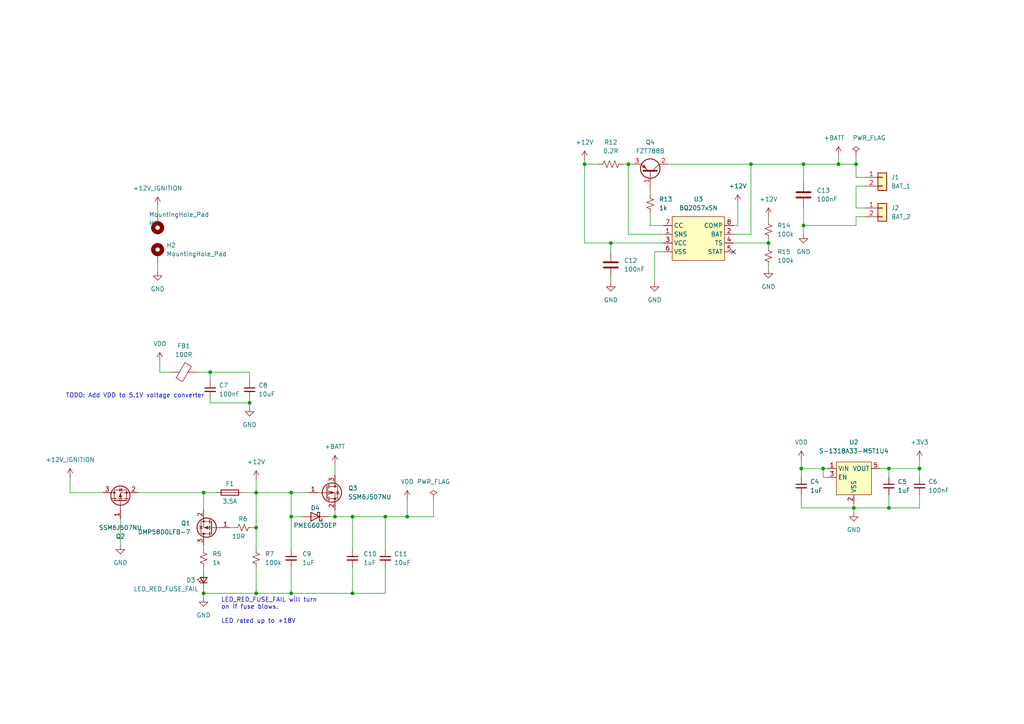
<source format=kicad_sch>
(kicad_sch (version 20211123) (generator eeschema)

  (uuid e7e08b48-3d04-49da-8349-6de530a20c67)

  (paper "A4")

  (lib_symbols
    (symbol "ATL:BQ2057xSN" (in_bom yes) (on_board yes)
      (property "Reference" "U" (id 0) (at 0 -6.35 0)
        (effects (font (size 1.27 1.27)))
      )
      (property "Value" "BQ2057xSN" (id 1) (at 0 8.89 0)
        (effects (font (size 1.27 1.27)))
      )
      (property "Footprint" "Package_SO:SOIC-8_3.9x4.9mm_P1.27mm" (id 2) (at 0 0 0)
        (effects (font (size 1.27 1.27)) hide)
      )
      (property "Datasheet" "https://www.ti.com/lit/ds/symlink/bq2057w.pdf?ts=1645991783686&ref_url=https%253A%252F%252Fwww.ti.com%252Fproduct%252FBQ2057W" (id 3) (at 0 0 0)
        (effects (font (size 1.27 1.27)) hide)
      )
      (property "ki_description" "1-S or 2-S Lithium Battery Charge Module" (id 4) (at 0 0 0)
        (effects (font (size 1.27 1.27)) hide)
      )
      (symbol "BQ2057xSN_0_1"
        (rectangle (start -7.62 7.62) (end 7.62 -5.08)
          (stroke (width 0) (type default) (color 0 0 0 0))
          (fill (type background))
        )
      )
      (symbol "BQ2057xSN_1_1"
        (pin input line (at -10.16 2.54 0) (length 2.54)
          (name "SNS" (effects (font (size 1.27 1.27))))
          (number "1" (effects (font (size 1.27 1.27))))
        )
        (pin input line (at 10.16 2.54 180) (length 2.54)
          (name "BAT" (effects (font (size 1.27 1.27))))
          (number "2" (effects (font (size 1.27 1.27))))
        )
        (pin power_in line (at -10.16 0 0) (length 2.54)
          (name "VCC" (effects (font (size 1.27 1.27))))
          (number "3" (effects (font (size 1.27 1.27))))
        )
        (pin input line (at 10.16 0 180) (length 2.54)
          (name "TS" (effects (font (size 1.27 1.27))))
          (number "4" (effects (font (size 1.27 1.27))))
        )
        (pin output line (at 10.16 -2.54 180) (length 2.54)
          (name "STAT" (effects (font (size 1.27 1.27))))
          (number "5" (effects (font (size 1.27 1.27))))
        )
        (pin power_in line (at -10.16 -2.54 0) (length 2.54)
          (name "VSS" (effects (font (size 1.27 1.27))))
          (number "6" (effects (font (size 1.27 1.27))))
        )
        (pin output line (at -10.16 5.08 0) (length 2.54)
          (name "CC" (effects (font (size 1.27 1.27))))
          (number "7" (effects (font (size 1.27 1.27))))
        )
        (pin input line (at 10.16 5.08 180) (length 2.54)
          (name "COMP" (effects (font (size 1.27 1.27))))
          (number "8" (effects (font (size 1.27 1.27))))
        )
      )
    )
    (symbol "ATL:DMP58D0LFB-7" (pin_names hide) (in_bom yes) (on_board yes)
      (property "Reference" "Q" (id 0) (at 5.08 2.54 0)
        (effects (font (size 1.27 1.27)) (justify left))
      )
      (property "Value" "DMP58D0LFB-7" (id 1) (at 5.08 0 0)
        (effects (font (size 1.27 1.27)) (justify left))
      )
      (property "Footprint" "Package_DFN_QFN:Diodes_DFN1006-3" (id 2) (at 5.08 -2.54 0)
        (effects (font (size 1.27 1.27)) (justify left) hide)
      )
      (property "Datasheet" "https://www.diodes.com/assets/Datasheets/DMP58D0LFB.pdf" (id 3) (at 0 0 0)
        (effects (font (size 1.27 1.27)) hide)
      )
      (property "Digikey" "https://www.digikey.com/en/products/detail/diodes-incorporated/DMP58D0LFB-7/4249948" (id 4) (at 0 0 0)
        (effects (font (size 1.27 1.27)) hide)
      )
      (property "ki_keywords" "P-Channel MOSFET" (id 5) (at 0 0 0)
        (effects (font (size 1.27 1.27)) hide)
      )
      (property "ki_description" "MOSFET P-CH 50V 180MA 3DFN" (id 6) (at 0 0 0)
        (effects (font (size 1.27 1.27)) hide)
      )
      (symbol "DMP58D0LFB-7_0_1"
        (polyline
          (pts
            (xy 0.254 0)
            (xy -2.54 0)
          )
          (stroke (width 0) (type default) (color 0 0 0 0))
          (fill (type none))
        )
        (polyline
          (pts
            (xy 0.254 1.905)
            (xy 0.254 -1.905)
          )
          (stroke (width 0.254) (type default) (color 0 0 0 0))
          (fill (type none))
        )
        (polyline
          (pts
            (xy 0.762 -1.27)
            (xy 0.762 -2.286)
          )
          (stroke (width 0.254) (type default) (color 0 0 0 0))
          (fill (type none))
        )
        (polyline
          (pts
            (xy 0.762 0.508)
            (xy 0.762 -0.508)
          )
          (stroke (width 0.254) (type default) (color 0 0 0 0))
          (fill (type none))
        )
        (polyline
          (pts
            (xy 0.762 2.286)
            (xy 0.762 1.27)
          )
          (stroke (width 0.254) (type default) (color 0 0 0 0))
          (fill (type none))
        )
        (polyline
          (pts
            (xy 2.54 2.54)
            (xy 2.54 1.778)
          )
          (stroke (width 0) (type default) (color 0 0 0 0))
          (fill (type none))
        )
        (polyline
          (pts
            (xy 2.54 -2.54)
            (xy 2.54 0)
            (xy 0.762 0)
          )
          (stroke (width 0) (type default) (color 0 0 0 0))
          (fill (type none))
        )
        (polyline
          (pts
            (xy 0.762 1.778)
            (xy 3.302 1.778)
            (xy 3.302 -1.778)
            (xy 0.762 -1.778)
          )
          (stroke (width 0) (type default) (color 0 0 0 0))
          (fill (type none))
        )
        (polyline
          (pts
            (xy 2.286 0)
            (xy 1.27 0.381)
            (xy 1.27 -0.381)
            (xy 2.286 0)
          )
          (stroke (width 0) (type default) (color 0 0 0 0))
          (fill (type outline))
        )
        (polyline
          (pts
            (xy 2.794 -0.508)
            (xy 2.921 -0.381)
            (xy 3.683 -0.381)
            (xy 3.81 -0.254)
          )
          (stroke (width 0) (type default) (color 0 0 0 0))
          (fill (type none))
        )
        (polyline
          (pts
            (xy 3.302 -0.381)
            (xy 2.921 0.254)
            (xy 3.683 0.254)
            (xy 3.302 -0.381)
          )
          (stroke (width 0) (type default) (color 0 0 0 0))
          (fill (type none))
        )
        (circle (center 1.651 0) (radius 2.794)
          (stroke (width 0.254) (type default) (color 0 0 0 0))
          (fill (type none))
        )
        (circle (center 2.54 -1.778) (radius 0.254)
          (stroke (width 0) (type default) (color 0 0 0 0))
          (fill (type outline))
        )
        (circle (center 2.54 1.778) (radius 0.254)
          (stroke (width 0) (type default) (color 0 0 0 0))
          (fill (type outline))
        )
      )
      (symbol "DMP58D0LFB-7_1_1"
        (pin passive line (at -5.08 0 0) (length 2.54)
          (name "G" (effects (font (size 1.27 1.27))))
          (number "1" (effects (font (size 1.27 1.27))))
        )
        (pin passive line (at 2.54 -5.08 90) (length 2.54)
          (name "S" (effects (font (size 1.27 1.27))))
          (number "2" (effects (font (size 1.27 1.27))))
        )
        (pin passive line (at 2.54 5.08 270) (length 2.54)
          (name "D" (effects (font (size 1.27 1.27))))
          (number "3" (effects (font (size 1.27 1.27))))
        )
      )
    )
    (symbol "ATL:S-1318A33-M5T1U4" (in_bom yes) (on_board yes)
      (property "Reference" "U" (id 0) (at 0 5.715 0)
        (effects (font (size 1.27 1.27)))
      )
      (property "Value" "S-1318A33-M5T1U4" (id 1) (at -12.7 -6.985 0)
        (effects (font (size 1.27 1.27)))
      )
      (property "Footprint" "Package_TO_SOT_SMD:SOT-23-5" (id 2) (at -1.27 0 0)
        (effects (font (size 1.27 1.27)) hide)
      )
      (property "Datasheet" "https://www.ablic.com/en/doc/datasheet/voltage_regulator/S1318_E.pdf" (id 3) (at -1.27 0 0)
        (effects (font (size 1.27 1.27)) hide)
      )
      (property "Digikey" "https://www.digikey.com/en/products/detail/ablic-inc/S-1318A33-M5T1U4/10313982" (id 4) (at 0 0 0)
        (effects (font (size 1.27 1.27)) hide)
      )
      (property "ki_fp_filters" "SOT-23-5*" (id 5) (at 0 0 0)
        (effects (font (size 1.27 1.27)) hide)
      )
      (symbol "S-1318A33-M5T1U4_0_1"
        (rectangle (start -5.08 4.445) (end 5.08 -5.08)
          (stroke (width 0) (type default) (color 0 0 0 0))
          (fill (type background))
        )
      )
      (symbol "S-1318A33-M5T1U4_1_1"
        (pin power_in line (at -7.62 2.54 0) (length 2.54)
          (name "VIN" (effects (font (size 1.27 1.27))))
          (number "1" (effects (font (size 1.27 1.27))))
        )
        (pin power_in line (at 0 -7.62 90) (length 2.54)
          (name "VSS" (effects (font (size 1.27 1.27))))
          (number "2" (effects (font (size 1.27 1.27))))
        )
        (pin input line (at -7.62 0 0) (length 2.54)
          (name "EN" (effects (font (size 1.27 1.27))))
          (number "3" (effects (font (size 1.27 1.27))))
        )
        (pin power_out line (at 7.62 2.54 180) (length 2.54)
          (name "VOUT" (effects (font (size 1.27 1.27))))
          (number "5" (effects (font (size 1.27 1.27))))
        )
      )
    )
    (symbol "ATL:SSM6J507NU" (pin_names hide) (in_bom yes) (on_board yes)
      (property "Reference" "Q" (id 0) (at 5.08 2.54 0)
        (effects (font (size 1.27 1.27)) (justify left))
      )
      (property "Value" "SSM6J507NU" (id 1) (at 5.08 0 0)
        (effects (font (size 1.27 1.27)) (justify left))
      )
      (property "Footprint" "ATL:SSM6J507NU" (id 2) (at 5.08 -2.54 0)
        (effects (font (size 1.27 1.27)) (justify left) hide)
      )
      (property "Datasheet" "https://toshiba.semicon-storage.com/info/docget.jsp?did=30372&prodName=SSM6J507NU" (id 3) (at 0 0 0)
        (effects (font (size 1.27 1.27)) hide)
      )
      (property "Digikey" "https://www.digikey.com/en/products/detail/toshiba-semiconductor-and-storage/SSM6J507NU-LF/5452589" (id 4) (at 0 0 0)
        (effects (font (size 1.27 1.27)) hide)
      )
      (property "ki_keywords" "P-Channel MOSFET" (id 5) (at 0 0 0)
        (effects (font (size 1.27 1.27)) hide)
      )
      (property "ki_description" "MOSFET P-CH 50V 180MA 3DFN" (id 6) (at 0 0 0)
        (effects (font (size 1.27 1.27)) hide)
      )
      (symbol "SSM6J507NU_0_1"
        (polyline
          (pts
            (xy 0.254 0)
            (xy -2.54 0)
          )
          (stroke (width 0) (type default) (color 0 0 0 0))
          (fill (type none))
        )
        (polyline
          (pts
            (xy 0.254 1.905)
            (xy 0.254 -1.905)
          )
          (stroke (width 0.254) (type default) (color 0 0 0 0))
          (fill (type none))
        )
        (polyline
          (pts
            (xy 0.762 -1.27)
            (xy 0.762 -2.286)
          )
          (stroke (width 0.254) (type default) (color 0 0 0 0))
          (fill (type none))
        )
        (polyline
          (pts
            (xy 0.762 0.508)
            (xy 0.762 -0.508)
          )
          (stroke (width 0.254) (type default) (color 0 0 0 0))
          (fill (type none))
        )
        (polyline
          (pts
            (xy 0.762 2.286)
            (xy 0.762 1.27)
          )
          (stroke (width 0.254) (type default) (color 0 0 0 0))
          (fill (type none))
        )
        (polyline
          (pts
            (xy 2.54 2.54)
            (xy 2.54 1.778)
          )
          (stroke (width 0) (type default) (color 0 0 0 0))
          (fill (type none))
        )
        (polyline
          (pts
            (xy 2.54 -2.54)
            (xy 2.54 0)
            (xy 0.762 0)
          )
          (stroke (width 0) (type default) (color 0 0 0 0))
          (fill (type none))
        )
        (polyline
          (pts
            (xy 0.762 1.778)
            (xy 3.302 1.778)
            (xy 3.302 -1.778)
            (xy 0.762 -1.778)
          )
          (stroke (width 0) (type default) (color 0 0 0 0))
          (fill (type none))
        )
        (polyline
          (pts
            (xy 2.286 0)
            (xy 1.27 0.381)
            (xy 1.27 -0.381)
            (xy 2.286 0)
          )
          (stroke (width 0) (type default) (color 0 0 0 0))
          (fill (type outline))
        )
        (polyline
          (pts
            (xy 2.794 -0.508)
            (xy 2.921 -0.381)
            (xy 3.683 -0.381)
            (xy 3.81 -0.254)
          )
          (stroke (width 0) (type default) (color 0 0 0 0))
          (fill (type none))
        )
        (polyline
          (pts
            (xy 3.302 -0.381)
            (xy 2.921 0.254)
            (xy 3.683 0.254)
            (xy 3.302 -0.381)
          )
          (stroke (width 0) (type default) (color 0 0 0 0))
          (fill (type none))
        )
        (circle (center 1.651 0) (radius 2.794)
          (stroke (width 0.254) (type default) (color 0 0 0 0))
          (fill (type none))
        )
        (circle (center 2.54 -1.778) (radius 0.254)
          (stroke (width 0) (type default) (color 0 0 0 0))
          (fill (type outline))
        )
        (circle (center 2.54 1.778) (radius 0.254)
          (stroke (width 0) (type default) (color 0 0 0 0))
          (fill (type outline))
        )
      )
      (symbol "SSM6J507NU_1_1"
        (pin passive line (at -5.08 0 0) (length 2.54)
          (name "G" (effects (font (size 1.27 1.27))))
          (number "1" (effects (font (size 1.27 1.27))))
        )
        (pin passive line (at 2.54 -5.08 90) (length 2.54)
          (name "S" (effects (font (size 1.27 1.27))))
          (number "2" (effects (font (size 1.27 1.27))))
        )
        (pin passive line (at 2.54 5.08 270) (length 2.54)
          (name "D" (effects (font (size 1.27 1.27))))
          (number "3" (effects (font (size 1.27 1.27))))
        )
      )
    )
    (symbol "Connector_Generic:Conn_01x02" (pin_names (offset 1.016) hide) (in_bom yes) (on_board yes)
      (property "Reference" "J" (id 0) (at 0 2.54 0)
        (effects (font (size 1.27 1.27)))
      )
      (property "Value" "Conn_01x02" (id 1) (at 0 -5.08 0)
        (effects (font (size 1.27 1.27)))
      )
      (property "Footprint" "" (id 2) (at 0 0 0)
        (effects (font (size 1.27 1.27)) hide)
      )
      (property "Datasheet" "~" (id 3) (at 0 0 0)
        (effects (font (size 1.27 1.27)) hide)
      )
      (property "ki_keywords" "connector" (id 4) (at 0 0 0)
        (effects (font (size 1.27 1.27)) hide)
      )
      (property "ki_description" "Generic connector, single row, 01x02, script generated (kicad-library-utils/schlib/autogen/connector/)" (id 5) (at 0 0 0)
        (effects (font (size 1.27 1.27)) hide)
      )
      (property "ki_fp_filters" "Connector*:*_1x??_*" (id 6) (at 0 0 0)
        (effects (font (size 1.27 1.27)) hide)
      )
      (symbol "Conn_01x02_1_1"
        (rectangle (start -1.27 -2.413) (end 0 -2.667)
          (stroke (width 0.1524) (type default) (color 0 0 0 0))
          (fill (type none))
        )
        (rectangle (start -1.27 0.127) (end 0 -0.127)
          (stroke (width 0.1524) (type default) (color 0 0 0 0))
          (fill (type none))
        )
        (rectangle (start -1.27 1.27) (end 1.27 -3.81)
          (stroke (width 0.254) (type default) (color 0 0 0 0))
          (fill (type background))
        )
        (pin passive line (at -5.08 0 0) (length 3.81)
          (name "Pin_1" (effects (font (size 1.27 1.27))))
          (number "1" (effects (font (size 1.27 1.27))))
        )
        (pin passive line (at -5.08 -2.54 0) (length 3.81)
          (name "Pin_2" (effects (font (size 1.27 1.27))))
          (number "2" (effects (font (size 1.27 1.27))))
        )
      )
    )
    (symbol "DashCamp_Power_Regulator:+12V_IGNITION" (power) (in_bom no) (on_board no)
      (property "Reference" "#PWR" (id 0) (at 0 -1.27 0)
        (effects (font (size 1.27 1.27)) hide)
      )
      (property "Value" "+12V_IGNITION" (id 1) (at 0 3.556 0)
        (effects (font (size 1.27 1.27)))
      )
      (property "Footprint" "" (id 2) (at 0 0 0)
        (effects (font (size 1.27 1.27)) hide)
      )
      (property "Datasheet" "" (id 3) (at 0 0 0)
        (effects (font (size 1.27 1.27)) hide)
      )
      (symbol "+12V_IGNITION_0_1"
        (polyline
          (pts
            (xy 0 2.54)
            (xy -0.762 1.27)
          )
          (stroke (width 0) (type default) (color 0 0 0 0))
          (fill (type none))
        )
        (polyline
          (pts
            (xy 0 0)
            (xy 0 2.54)
            (xy 0.762 1.27)
          )
          (stroke (width 0) (type default) (color 0 0 0 0))
          (fill (type none))
        )
      )
      (symbol "+12V_IGNITION_1_1"
        (pin power_in line (at 0 0 90) (length 0) hide
          (name "+12V_IGNITION" (effects (font (size 1.27 1.27))))
          (number "1" (effects (font (size 1.27 1.27))))
        )
      )
    )
    (symbol "Device:C" (pin_numbers hide) (pin_names (offset 0.254)) (in_bom yes) (on_board yes)
      (property "Reference" "C" (id 0) (at 0.635 2.54 0)
        (effects (font (size 1.27 1.27)) (justify left))
      )
      (property "Value" "C" (id 1) (at 0.635 -2.54 0)
        (effects (font (size 1.27 1.27)) (justify left))
      )
      (property "Footprint" "" (id 2) (at 0.9652 -3.81 0)
        (effects (font (size 1.27 1.27)) hide)
      )
      (property "Datasheet" "~" (id 3) (at 0 0 0)
        (effects (font (size 1.27 1.27)) hide)
      )
      (property "ki_keywords" "cap capacitor" (id 4) (at 0 0 0)
        (effects (font (size 1.27 1.27)) hide)
      )
      (property "ki_description" "Unpolarized capacitor" (id 5) (at 0 0 0)
        (effects (font (size 1.27 1.27)) hide)
      )
      (property "ki_fp_filters" "C_*" (id 6) (at 0 0 0)
        (effects (font (size 1.27 1.27)) hide)
      )
      (symbol "C_0_1"
        (polyline
          (pts
            (xy -2.032 -0.762)
            (xy 2.032 -0.762)
          )
          (stroke (width 0.508) (type default) (color 0 0 0 0))
          (fill (type none))
        )
        (polyline
          (pts
            (xy -2.032 0.762)
            (xy 2.032 0.762)
          )
          (stroke (width 0.508) (type default) (color 0 0 0 0))
          (fill (type none))
        )
      )
      (symbol "C_1_1"
        (pin passive line (at 0 3.81 270) (length 2.794)
          (name "~" (effects (font (size 1.27 1.27))))
          (number "1" (effects (font (size 1.27 1.27))))
        )
        (pin passive line (at 0 -3.81 90) (length 2.794)
          (name "~" (effects (font (size 1.27 1.27))))
          (number "2" (effects (font (size 1.27 1.27))))
        )
      )
    )
    (symbol "Device:C_Small" (pin_numbers hide) (pin_names (offset 0.254) hide) (in_bom yes) (on_board yes)
      (property "Reference" "C" (id 0) (at 0.254 1.778 0)
        (effects (font (size 1.27 1.27)) (justify left))
      )
      (property "Value" "C_Small" (id 1) (at 0.254 -2.032 0)
        (effects (font (size 1.27 1.27)) (justify left))
      )
      (property "Footprint" "" (id 2) (at 0 0 0)
        (effects (font (size 1.27 1.27)) hide)
      )
      (property "Datasheet" "~" (id 3) (at 0 0 0)
        (effects (font (size 1.27 1.27)) hide)
      )
      (property "ki_keywords" "capacitor cap" (id 4) (at 0 0 0)
        (effects (font (size 1.27 1.27)) hide)
      )
      (property "ki_description" "Unpolarized capacitor, small symbol" (id 5) (at 0 0 0)
        (effects (font (size 1.27 1.27)) hide)
      )
      (property "ki_fp_filters" "C_*" (id 6) (at 0 0 0)
        (effects (font (size 1.27 1.27)) hide)
      )
      (symbol "C_Small_0_1"
        (polyline
          (pts
            (xy -1.524 -0.508)
            (xy 1.524 -0.508)
          )
          (stroke (width 0.3302) (type default) (color 0 0 0 0))
          (fill (type none))
        )
        (polyline
          (pts
            (xy -1.524 0.508)
            (xy 1.524 0.508)
          )
          (stroke (width 0.3048) (type default) (color 0 0 0 0))
          (fill (type none))
        )
      )
      (symbol "C_Small_1_1"
        (pin passive line (at 0 2.54 270) (length 2.032)
          (name "~" (effects (font (size 1.27 1.27))))
          (number "1" (effects (font (size 1.27 1.27))))
        )
        (pin passive line (at 0 -2.54 90) (length 2.032)
          (name "~" (effects (font (size 1.27 1.27))))
          (number "2" (effects (font (size 1.27 1.27))))
        )
      )
    )
    (symbol "Device:FerriteBead" (pin_numbers hide) (pin_names (offset 0)) (in_bom yes) (on_board yes)
      (property "Reference" "FB" (id 0) (at -3.81 0.635 90)
        (effects (font (size 1.27 1.27)))
      )
      (property "Value" "FerriteBead" (id 1) (at 3.81 0 90)
        (effects (font (size 1.27 1.27)))
      )
      (property "Footprint" "" (id 2) (at -1.778 0 90)
        (effects (font (size 1.27 1.27)) hide)
      )
      (property "Datasheet" "~" (id 3) (at 0 0 0)
        (effects (font (size 1.27 1.27)) hide)
      )
      (property "ki_keywords" "L ferrite bead inductor filter" (id 4) (at 0 0 0)
        (effects (font (size 1.27 1.27)) hide)
      )
      (property "ki_description" "Ferrite bead" (id 5) (at 0 0 0)
        (effects (font (size 1.27 1.27)) hide)
      )
      (property "ki_fp_filters" "Inductor_* L_* *Ferrite*" (id 6) (at 0 0 0)
        (effects (font (size 1.27 1.27)) hide)
      )
      (symbol "FerriteBead_0_1"
        (polyline
          (pts
            (xy 0 -1.27)
            (xy 0 -1.2192)
          )
          (stroke (width 0) (type default) (color 0 0 0 0))
          (fill (type none))
        )
        (polyline
          (pts
            (xy 0 1.27)
            (xy 0 1.2954)
          )
          (stroke (width 0) (type default) (color 0 0 0 0))
          (fill (type none))
        )
        (polyline
          (pts
            (xy -2.7686 0.4064)
            (xy -1.7018 2.2606)
            (xy 2.7686 -0.3048)
            (xy 1.6764 -2.159)
            (xy -2.7686 0.4064)
          )
          (stroke (width 0) (type default) (color 0 0 0 0))
          (fill (type none))
        )
      )
      (symbol "FerriteBead_1_1"
        (pin passive line (at 0 3.81 270) (length 2.54)
          (name "~" (effects (font (size 1.27 1.27))))
          (number "1" (effects (font (size 1.27 1.27))))
        )
        (pin passive line (at 0 -3.81 90) (length 2.54)
          (name "~" (effects (font (size 1.27 1.27))))
          (number "2" (effects (font (size 1.27 1.27))))
        )
      )
    )
    (symbol "Device:Fuse" (pin_numbers hide) (pin_names (offset 0)) (in_bom yes) (on_board yes)
      (property "Reference" "F1" (id 0) (at 0 2.54 90)
        (effects (font (size 1.27 1.27)))
      )
      (property "Value" "3.5A" (id 1) (at 0 -2.54 90)
        (effects (font (size 1.27 1.27)))
      )
      (property "Footprint" "Fuse:Fuseholder_Littelfuse_Nano2_154x" (id 2) (at 0 -1.778 90)
        (effects (font (size 1.27 1.27)) hide)
      )
      (property "Datasheet" "~" (id 3) (at 0 0 0)
        (effects (font (size 1.27 1.27)) hide)
      )
      (property "ki_keywords" "fuse" (id 4) (at 0 0 0)
        (effects (font (size 1.27 1.27)) hide)
      )
      (property "ki_description" "Fuse" (id 5) (at 0 0 0)
        (effects (font (size 1.27 1.27)) hide)
      )
      (property "ki_fp_filters" "*Fuse*" (id 6) (at 0 0 0)
        (effects (font (size 1.27 1.27)) hide)
      )
      (symbol "Fuse_0_1"
        (rectangle (start -0.762 -2.54) (end 0.762 2.54)
          (stroke (width 0.254) (type default) (color 0 0 0 0))
          (fill (type none))
        )
        (polyline
          (pts
            (xy 0 2.54)
            (xy 0 -2.54)
          )
          (stroke (width 0) (type default) (color 0 0 0 0))
          (fill (type none))
        )
      )
      (symbol "Fuse_1_1"
        (pin power_in line (at 0 3.81 270) (length 1.27)
          (name "~" (effects (font (size 1.27 1.27))))
          (number "1" (effects (font (size 1.27 1.27))))
        )
        (pin power_out line (at 0 -3.81 90) (length 1.27)
          (name "~" (effects (font (size 1.27 1.27))))
          (number "2" (effects (font (size 1.27 1.27))))
        )
      )
    )
    (symbol "Device:LED_Small" (pin_numbers hide) (pin_names (offset 0.254) hide) (in_bom yes) (on_board yes)
      (property "Reference" "D" (id 0) (at -1.27 3.175 0)
        (effects (font (size 1.27 1.27)) (justify left))
      )
      (property "Value" "LED_Small" (id 1) (at -4.445 -2.54 0)
        (effects (font (size 1.27 1.27)) (justify left))
      )
      (property "Footprint" "" (id 2) (at 0 0 90)
        (effects (font (size 1.27 1.27)) hide)
      )
      (property "Datasheet" "~" (id 3) (at 0 0 90)
        (effects (font (size 1.27 1.27)) hide)
      )
      (property "ki_keywords" "LED diode light-emitting-diode" (id 4) (at 0 0 0)
        (effects (font (size 1.27 1.27)) hide)
      )
      (property "ki_description" "Light emitting diode, small symbol" (id 5) (at 0 0 0)
        (effects (font (size 1.27 1.27)) hide)
      )
      (property "ki_fp_filters" "LED* LED_SMD:* LED_THT:*" (id 6) (at 0 0 0)
        (effects (font (size 1.27 1.27)) hide)
      )
      (symbol "LED_Small_0_1"
        (polyline
          (pts
            (xy -0.762 -1.016)
            (xy -0.762 1.016)
          )
          (stroke (width 0.254) (type default) (color 0 0 0 0))
          (fill (type none))
        )
        (polyline
          (pts
            (xy 1.016 0)
            (xy -0.762 0)
          )
          (stroke (width 0) (type default) (color 0 0 0 0))
          (fill (type none))
        )
        (polyline
          (pts
            (xy 0.762 -1.016)
            (xy -0.762 0)
            (xy 0.762 1.016)
            (xy 0.762 -1.016)
          )
          (stroke (width 0.254) (type default) (color 0 0 0 0))
          (fill (type none))
        )
        (polyline
          (pts
            (xy 0 0.762)
            (xy -0.508 1.27)
            (xy -0.254 1.27)
            (xy -0.508 1.27)
            (xy -0.508 1.016)
          )
          (stroke (width 0) (type default) (color 0 0 0 0))
          (fill (type none))
        )
        (polyline
          (pts
            (xy 0.508 1.27)
            (xy 0 1.778)
            (xy 0.254 1.778)
            (xy 0 1.778)
            (xy 0 1.524)
          )
          (stroke (width 0) (type default) (color 0 0 0 0))
          (fill (type none))
        )
      )
      (symbol "LED_Small_1_1"
        (pin passive line (at -2.54 0 0) (length 1.778)
          (name "K" (effects (font (size 1.27 1.27))))
          (number "1" (effects (font (size 1.27 1.27))))
        )
        (pin passive line (at 2.54 0 180) (length 1.778)
          (name "A" (effects (font (size 1.27 1.27))))
          (number "2" (effects (font (size 1.27 1.27))))
        )
      )
    )
    (symbol "Device:Q_PNP_BCE" (pin_names (offset 0) hide) (in_bom yes) (on_board yes)
      (property "Reference" "Q" (id 0) (at 5.08 1.27 0)
        (effects (font (size 1.27 1.27)) (justify left))
      )
      (property "Value" "Q_PNP_BCE" (id 1) (at 5.08 -1.27 0)
        (effects (font (size 1.27 1.27)) (justify left))
      )
      (property "Footprint" "" (id 2) (at 5.08 2.54 0)
        (effects (font (size 1.27 1.27)) hide)
      )
      (property "Datasheet" "~" (id 3) (at 0 0 0)
        (effects (font (size 1.27 1.27)) hide)
      )
      (property "ki_keywords" "transistor PNP" (id 4) (at 0 0 0)
        (effects (font (size 1.27 1.27)) hide)
      )
      (property "ki_description" "PNP transistor, base/collector/emitter" (id 5) (at 0 0 0)
        (effects (font (size 1.27 1.27)) hide)
      )
      (symbol "Q_PNP_BCE_0_1"
        (polyline
          (pts
            (xy 0.635 0.635)
            (xy 2.54 2.54)
          )
          (stroke (width 0) (type default) (color 0 0 0 0))
          (fill (type none))
        )
        (polyline
          (pts
            (xy 0.635 -0.635)
            (xy 2.54 -2.54)
            (xy 2.54 -2.54)
          )
          (stroke (width 0) (type default) (color 0 0 0 0))
          (fill (type none))
        )
        (polyline
          (pts
            (xy 0.635 1.905)
            (xy 0.635 -1.905)
            (xy 0.635 -1.905)
          )
          (stroke (width 0.508) (type default) (color 0 0 0 0))
          (fill (type none))
        )
        (polyline
          (pts
            (xy 2.286 -1.778)
            (xy 1.778 -2.286)
            (xy 1.27 -1.27)
            (xy 2.286 -1.778)
            (xy 2.286 -1.778)
          )
          (stroke (width 0) (type default) (color 0 0 0 0))
          (fill (type outline))
        )
        (circle (center 1.27 0) (radius 2.8194)
          (stroke (width 0.254) (type default) (color 0 0 0 0))
          (fill (type none))
        )
      )
      (symbol "Q_PNP_BCE_1_1"
        (pin input line (at -5.08 0 0) (length 5.715)
          (name "B" (effects (font (size 1.27 1.27))))
          (number "1" (effects (font (size 1.27 1.27))))
        )
        (pin passive line (at 2.54 5.08 270) (length 2.54)
          (name "C" (effects (font (size 1.27 1.27))))
          (number "2" (effects (font (size 1.27 1.27))))
        )
        (pin passive line (at 2.54 -5.08 90) (length 2.54)
          (name "E" (effects (font (size 1.27 1.27))))
          (number "3" (effects (font (size 1.27 1.27))))
        )
      )
    )
    (symbol "Device:R_Small_US" (pin_numbers hide) (pin_names (offset 0.254) hide) (in_bom yes) (on_board yes)
      (property "Reference" "R" (id 0) (at 0.762 0.508 0)
        (effects (font (size 1.27 1.27)) (justify left))
      )
      (property "Value" "R_Small_US" (id 1) (at 0.762 -1.016 0)
        (effects (font (size 1.27 1.27)) (justify left))
      )
      (property "Footprint" "" (id 2) (at 0 0 0)
        (effects (font (size 1.27 1.27)) hide)
      )
      (property "Datasheet" "~" (id 3) (at 0 0 0)
        (effects (font (size 1.27 1.27)) hide)
      )
      (property "ki_keywords" "r resistor" (id 4) (at 0 0 0)
        (effects (font (size 1.27 1.27)) hide)
      )
      (property "ki_description" "Resistor, small US symbol" (id 5) (at 0 0 0)
        (effects (font (size 1.27 1.27)) hide)
      )
      (property "ki_fp_filters" "R_*" (id 6) (at 0 0 0)
        (effects (font (size 1.27 1.27)) hide)
      )
      (symbol "R_Small_US_1_1"
        (polyline
          (pts
            (xy 0 0)
            (xy 1.016 -0.381)
            (xy 0 -0.762)
            (xy -1.016 -1.143)
            (xy 0 -1.524)
          )
          (stroke (width 0) (type default) (color 0 0 0 0))
          (fill (type none))
        )
        (polyline
          (pts
            (xy 0 1.524)
            (xy 1.016 1.143)
            (xy 0 0.762)
            (xy -1.016 0.381)
            (xy 0 0)
          )
          (stroke (width 0) (type default) (color 0 0 0 0))
          (fill (type none))
        )
        (pin passive line (at 0 2.54 270) (length 1.016)
          (name "~" (effects (font (size 1.27 1.27))))
          (number "1" (effects (font (size 1.27 1.27))))
        )
        (pin passive line (at 0 -2.54 90) (length 1.016)
          (name "~" (effects (font (size 1.27 1.27))))
          (number "2" (effects (font (size 1.27 1.27))))
        )
      )
    )
    (symbol "Device:R_US" (pin_numbers hide) (pin_names (offset 0)) (in_bom yes) (on_board yes)
      (property "Reference" "R" (id 0) (at 2.54 0 90)
        (effects (font (size 1.27 1.27)))
      )
      (property "Value" "R_US" (id 1) (at -2.54 0 90)
        (effects (font (size 1.27 1.27)))
      )
      (property "Footprint" "" (id 2) (at 1.016 -0.254 90)
        (effects (font (size 1.27 1.27)) hide)
      )
      (property "Datasheet" "~" (id 3) (at 0 0 0)
        (effects (font (size 1.27 1.27)) hide)
      )
      (property "ki_keywords" "R res resistor" (id 4) (at 0 0 0)
        (effects (font (size 1.27 1.27)) hide)
      )
      (property "ki_description" "Resistor, US symbol" (id 5) (at 0 0 0)
        (effects (font (size 1.27 1.27)) hide)
      )
      (property "ki_fp_filters" "R_*" (id 6) (at 0 0 0)
        (effects (font (size 1.27 1.27)) hide)
      )
      (symbol "R_US_0_1"
        (polyline
          (pts
            (xy 0 -2.286)
            (xy 0 -2.54)
          )
          (stroke (width 0) (type default) (color 0 0 0 0))
          (fill (type none))
        )
        (polyline
          (pts
            (xy 0 2.286)
            (xy 0 2.54)
          )
          (stroke (width 0) (type default) (color 0 0 0 0))
          (fill (type none))
        )
        (polyline
          (pts
            (xy 0 -0.762)
            (xy 1.016 -1.143)
            (xy 0 -1.524)
            (xy -1.016 -1.905)
            (xy 0 -2.286)
          )
          (stroke (width 0) (type default) (color 0 0 0 0))
          (fill (type none))
        )
        (polyline
          (pts
            (xy 0 0.762)
            (xy 1.016 0.381)
            (xy 0 0)
            (xy -1.016 -0.381)
            (xy 0 -0.762)
          )
          (stroke (width 0) (type default) (color 0 0 0 0))
          (fill (type none))
        )
        (polyline
          (pts
            (xy 0 2.286)
            (xy 1.016 1.905)
            (xy 0 1.524)
            (xy -1.016 1.143)
            (xy 0 0.762)
          )
          (stroke (width 0) (type default) (color 0 0 0 0))
          (fill (type none))
        )
      )
      (symbol "R_US_1_1"
        (pin passive line (at 0 3.81 270) (length 1.27)
          (name "~" (effects (font (size 1.27 1.27))))
          (number "1" (effects (font (size 1.27 1.27))))
        )
        (pin passive line (at 0 -3.81 90) (length 1.27)
          (name "~" (effects (font (size 1.27 1.27))))
          (number "2" (effects (font (size 1.27 1.27))))
        )
      )
    )
    (symbol "Diode:PMEG6030EP" (pin_numbers hide) (pin_names hide) (in_bom yes) (on_board yes)
      (property "Reference" "D" (id 0) (at 0 2.54 0)
        (effects (font (size 1.27 1.27)))
      )
      (property "Value" "PMEG6030EP" (id 1) (at 0 -2.54 0)
        (effects (font (size 1.27 1.27)))
      )
      (property "Footprint" "Diode_SMD:D_SOD-128" (id 2) (at 0 -4.445 0)
        (effects (font (size 1.27 1.27)) hide)
      )
      (property "Datasheet" "https://assets.nexperia.com/documents/data-sheet/PMEG6030EP.pdf" (id 3) (at 0 0 0)
        (effects (font (size 1.27 1.27)) hide)
      )
      (property "ki_keywords" "forward voltage diode" (id 4) (at 0 0 0)
        (effects (font (size 1.27 1.27)) hide)
      )
      (property "ki_description" "60V, 3A low Vf MEGA Schottky barrier rectifier, SOD-128" (id 5) (at 0 0 0)
        (effects (font (size 1.27 1.27)) hide)
      )
      (property "ki_fp_filters" "D*SOD?128*" (id 6) (at 0 0 0)
        (effects (font (size 1.27 1.27)) hide)
      )
      (symbol "PMEG6030EP_0_1"
        (polyline
          (pts
            (xy 1.27 0)
            (xy -1.27 0)
          )
          (stroke (width 0) (type default) (color 0 0 0 0))
          (fill (type none))
        )
        (polyline
          (pts
            (xy 1.27 1.27)
            (xy 1.27 -1.27)
            (xy -1.27 0)
            (xy 1.27 1.27)
          )
          (stroke (width 0.254) (type default) (color 0 0 0 0))
          (fill (type none))
        )
        (polyline
          (pts
            (xy -1.905 0.635)
            (xy -1.905 1.27)
            (xy -1.27 1.27)
            (xy -1.27 -1.27)
            (xy -0.635 -1.27)
            (xy -0.635 -0.635)
          )
          (stroke (width 0.254) (type default) (color 0 0 0 0))
          (fill (type none))
        )
      )
      (symbol "PMEG6030EP_1_1"
        (pin passive line (at -3.81 0 0) (length 2.54)
          (name "K" (effects (font (size 1.27 1.27))))
          (number "1" (effects (font (size 1.27 1.27))))
        )
        (pin passive line (at 3.81 0 180) (length 2.54)
          (name "A" (effects (font (size 1.27 1.27))))
          (number "2" (effects (font (size 1.27 1.27))))
        )
      )
    )
    (symbol "Mechanical:MountingHole_Pad" (pin_numbers hide) (pin_names (offset 1.016) hide) (in_bom yes) (on_board yes)
      (property "Reference" "H?" (id 0) (at 2.54 0.0001 0)
        (effects (font (size 1.27 1.27)) (justify right))
      )
      (property "Value" "MountingHole_Pad" (id 1) (at 2.54 -2.5399 0)
        (effects (font (size 1.27 1.27)) (justify right))
      )
      (property "Footprint" "" (id 2) (at 0 0 0)
        (effects (font (size 1.27 1.27)) hide)
      )
      (property "Datasheet" "~" (id 3) (at 0 0 0)
        (effects (font (size 1.27 1.27)) hide)
      )
      (property "ki_keywords" "mounting hole" (id 4) (at 0 0 0)
        (effects (font (size 1.27 1.27)) hide)
      )
      (property "ki_description" "Mounting Hole with connection" (id 5) (at 0 0 0)
        (effects (font (size 1.27 1.27)) hide)
      )
      (property "ki_fp_filters" "MountingHole*Pad*" (id 6) (at 0 0 0)
        (effects (font (size 1.27 1.27)) hide)
      )
      (symbol "MountingHole_Pad_0_1"
        (circle (center 0 1.27) (radius 1.27)
          (stroke (width 1.27) (type default) (color 0 0 0 0))
          (fill (type none))
        )
      )
      (symbol "MountingHole_Pad_1_1"
        (pin power_out line (at 0 -2.54 90) (length 2.54)
          (name "1" (effects (font (size 1.27 1.27))))
          (number "1" (effects (font (size 1.27 1.27))))
        )
      )
    )
    (symbol "SSM6J507NU_1" (pin_names hide) (in_bom yes) (on_board yes)
      (property "Reference" "Q" (id 0) (at 5.08 2.54 0)
        (effects (font (size 1.27 1.27)) (justify left))
      )
      (property "Value" "SSM6J507NU_1" (id 1) (at 5.08 0 0)
        (effects (font (size 1.27 1.27)) (justify left))
      )
      (property "Footprint" "ATL:SSM6J507NU" (id 2) (at 5.08 -2.54 0)
        (effects (font (size 1.27 1.27)) (justify left) hide)
      )
      (property "Datasheet" "https://toshiba.semicon-storage.com/info/docget.jsp?did=30372&prodName=SSM6J507NU" (id 3) (at 0 0 0)
        (effects (font (size 1.27 1.27)) hide)
      )
      (property "Digikey" "https://www.digikey.com/en/products/detail/toshiba-semiconductor-and-storage/SSM6J507NU-LF/5452589" (id 4) (at 0 0 0)
        (effects (font (size 1.27 1.27)) hide)
      )
      (property "ki_keywords" "P-Channel MOSFET" (id 5) (at 0 0 0)
        (effects (font (size 1.27 1.27)) hide)
      )
      (property "ki_description" "MOSFET P-CH 50V 180MA 3DFN" (id 6) (at 0 0 0)
        (effects (font (size 1.27 1.27)) hide)
      )
      (symbol "SSM6J507NU_1_0_1"
        (polyline
          (pts
            (xy 0.254 0)
            (xy -2.54 0)
          )
          (stroke (width 0) (type default) (color 0 0 0 0))
          (fill (type none))
        )
        (polyline
          (pts
            (xy 0.254 1.905)
            (xy 0.254 -1.905)
          )
          (stroke (width 0.254) (type default) (color 0 0 0 0))
          (fill (type none))
        )
        (polyline
          (pts
            (xy 0.762 -1.27)
            (xy 0.762 -2.286)
          )
          (stroke (width 0.254) (type default) (color 0 0 0 0))
          (fill (type none))
        )
        (polyline
          (pts
            (xy 0.762 0.508)
            (xy 0.762 -0.508)
          )
          (stroke (width 0.254) (type default) (color 0 0 0 0))
          (fill (type none))
        )
        (polyline
          (pts
            (xy 0.762 2.286)
            (xy 0.762 1.27)
          )
          (stroke (width 0.254) (type default) (color 0 0 0 0))
          (fill (type none))
        )
        (polyline
          (pts
            (xy 2.54 2.54)
            (xy 2.54 1.778)
          )
          (stroke (width 0) (type default) (color 0 0 0 0))
          (fill (type none))
        )
        (polyline
          (pts
            (xy 2.54 -2.54)
            (xy 2.54 0)
            (xy 0.762 0)
          )
          (stroke (width 0) (type default) (color 0 0 0 0))
          (fill (type none))
        )
        (polyline
          (pts
            (xy 0.762 1.778)
            (xy 3.302 1.778)
            (xy 3.302 -1.778)
            (xy 0.762 -1.778)
          )
          (stroke (width 0) (type default) (color 0 0 0 0))
          (fill (type none))
        )
        (polyline
          (pts
            (xy 2.286 0)
            (xy 1.27 0.381)
            (xy 1.27 -0.381)
            (xy 2.286 0)
          )
          (stroke (width 0) (type default) (color 0 0 0 0))
          (fill (type outline))
        )
        (polyline
          (pts
            (xy 2.794 -0.508)
            (xy 2.921 -0.381)
            (xy 3.683 -0.381)
            (xy 3.81 -0.254)
          )
          (stroke (width 0) (type default) (color 0 0 0 0))
          (fill (type none))
        )
        (polyline
          (pts
            (xy 3.302 -0.381)
            (xy 2.921 0.254)
            (xy 3.683 0.254)
            (xy 3.302 -0.381)
          )
          (stroke (width 0) (type default) (color 0 0 0 0))
          (fill (type none))
        )
        (circle (center 1.651 0) (radius 2.794)
          (stroke (width 0.254) (type default) (color 0 0 0 0))
          (fill (type none))
        )
        (circle (center 2.54 -1.778) (radius 0.254)
          (stroke (width 0) (type default) (color 0 0 0 0))
          (fill (type outline))
        )
        (circle (center 2.54 1.778) (radius 0.254)
          (stroke (width 0) (type default) (color 0 0 0 0))
          (fill (type outline))
        )
      )
      (symbol "SSM6J507NU_1_1_1"
        (pin passive line (at -5.08 0 0) (length 2.54)
          (name "G" (effects (font (size 1.27 1.27))))
          (number "1" (effects (font (size 1.27 1.27))))
        )
        (pin passive line (at 2.54 -5.08 90) (length 2.54)
          (name "S" (effects (font (size 1.27 1.27))))
          (number "2" (effects (font (size 1.27 1.27))))
        )
        (pin passive line (at 2.54 5.08 270) (length 2.54)
          (name "D" (effects (font (size 1.27 1.27))))
          (number "3" (effects (font (size 1.27 1.27))))
        )
      )
    )
    (symbol "power:+12V" (power) (pin_names (offset 0)) (in_bom yes) (on_board yes)
      (property "Reference" "#PWR" (id 0) (at 0 -3.81 0)
        (effects (font (size 1.27 1.27)) hide)
      )
      (property "Value" "+12V" (id 1) (at 0 3.556 0)
        (effects (font (size 1.27 1.27)))
      )
      (property "Footprint" "" (id 2) (at 0 0 0)
        (effects (font (size 1.27 1.27)) hide)
      )
      (property "Datasheet" "" (id 3) (at 0 0 0)
        (effects (font (size 1.27 1.27)) hide)
      )
      (property "ki_keywords" "power-flag" (id 4) (at 0 0 0)
        (effects (font (size 1.27 1.27)) hide)
      )
      (property "ki_description" "Power symbol creates a global label with name \"+12V\"" (id 5) (at 0 0 0)
        (effects (font (size 1.27 1.27)) hide)
      )
      (symbol "+12V_0_1"
        (polyline
          (pts
            (xy -0.762 1.27)
            (xy 0 2.54)
          )
          (stroke (width 0) (type default) (color 0 0 0 0))
          (fill (type none))
        )
        (polyline
          (pts
            (xy 0 0)
            (xy 0 2.54)
          )
          (stroke (width 0) (type default) (color 0 0 0 0))
          (fill (type none))
        )
        (polyline
          (pts
            (xy 0 2.54)
            (xy 0.762 1.27)
          )
          (stroke (width 0) (type default) (color 0 0 0 0))
          (fill (type none))
        )
      )
      (symbol "+12V_1_1"
        (pin power_in line (at 0 0 90) (length 0) hide
          (name "+12V" (effects (font (size 1.27 1.27))))
          (number "1" (effects (font (size 1.27 1.27))))
        )
      )
    )
    (symbol "power:+3.3V" (power) (pin_names (offset 0)) (in_bom yes) (on_board yes)
      (property "Reference" "#PWR" (id 0) (at 0 -3.81 0)
        (effects (font (size 1.27 1.27)) hide)
      )
      (property "Value" "+3.3V" (id 1) (at 0 3.556 0)
        (effects (font (size 1.27 1.27)))
      )
      (property "Footprint" "" (id 2) (at 0 0 0)
        (effects (font (size 1.27 1.27)) hide)
      )
      (property "Datasheet" "" (id 3) (at 0 0 0)
        (effects (font (size 1.27 1.27)) hide)
      )
      (property "ki_keywords" "power-flag" (id 4) (at 0 0 0)
        (effects (font (size 1.27 1.27)) hide)
      )
      (property "ki_description" "Power symbol creates a global label with name \"+3.3V\"" (id 5) (at 0 0 0)
        (effects (font (size 1.27 1.27)) hide)
      )
      (symbol "+3.3V_0_1"
        (polyline
          (pts
            (xy -0.762 1.27)
            (xy 0 2.54)
          )
          (stroke (width 0) (type default) (color 0 0 0 0))
          (fill (type none))
        )
        (polyline
          (pts
            (xy 0 0)
            (xy 0 2.54)
          )
          (stroke (width 0) (type default) (color 0 0 0 0))
          (fill (type none))
        )
        (polyline
          (pts
            (xy 0 2.54)
            (xy 0.762 1.27)
          )
          (stroke (width 0) (type default) (color 0 0 0 0))
          (fill (type none))
        )
      )
      (symbol "+3.3V_1_1"
        (pin power_in line (at 0 0 90) (length 0) hide
          (name "+3V3" (effects (font (size 1.27 1.27))))
          (number "1" (effects (font (size 1.27 1.27))))
        )
      )
    )
    (symbol "power:+BATT" (power) (pin_names (offset 0)) (in_bom yes) (on_board yes)
      (property "Reference" "#PWR" (id 0) (at 0 -3.81 0)
        (effects (font (size 1.27 1.27)) hide)
      )
      (property "Value" "+BATT" (id 1) (at 0 3.556 0)
        (effects (font (size 1.27 1.27)))
      )
      (property "Footprint" "" (id 2) (at 0 0 0)
        (effects (font (size 1.27 1.27)) hide)
      )
      (property "Datasheet" "" (id 3) (at 0 0 0)
        (effects (font (size 1.27 1.27)) hide)
      )
      (property "ki_keywords" "power-flag battery" (id 4) (at 0 0 0)
        (effects (font (size 1.27 1.27)) hide)
      )
      (property "ki_description" "Power symbol creates a global label with name \"+BATT\"" (id 5) (at 0 0 0)
        (effects (font (size 1.27 1.27)) hide)
      )
      (symbol "+BATT_0_1"
        (polyline
          (pts
            (xy -0.762 1.27)
            (xy 0 2.54)
          )
          (stroke (width 0) (type default) (color 0 0 0 0))
          (fill (type none))
        )
        (polyline
          (pts
            (xy 0 0)
            (xy 0 2.54)
          )
          (stroke (width 0) (type default) (color 0 0 0 0))
          (fill (type none))
        )
        (polyline
          (pts
            (xy 0 2.54)
            (xy 0.762 1.27)
          )
          (stroke (width 0) (type default) (color 0 0 0 0))
          (fill (type none))
        )
      )
      (symbol "+BATT_1_1"
        (pin power_in line (at 0 0 90) (length 0) hide
          (name "+BATT" (effects (font (size 1.27 1.27))))
          (number "1" (effects (font (size 1.27 1.27))))
        )
      )
    )
    (symbol "power:GND" (power) (pin_names (offset 0)) (in_bom yes) (on_board yes)
      (property "Reference" "#PWR" (id 0) (at 0 -6.35 0)
        (effects (font (size 1.27 1.27)) hide)
      )
      (property "Value" "GND" (id 1) (at 0 -3.81 0)
        (effects (font (size 1.27 1.27)))
      )
      (property "Footprint" "" (id 2) (at 0 0 0)
        (effects (font (size 1.27 1.27)) hide)
      )
      (property "Datasheet" "" (id 3) (at 0 0 0)
        (effects (font (size 1.27 1.27)) hide)
      )
      (property "ki_keywords" "power-flag" (id 4) (at 0 0 0)
        (effects (font (size 1.27 1.27)) hide)
      )
      (property "ki_description" "Power symbol creates a global label with name \"GND\" , ground" (id 5) (at 0 0 0)
        (effects (font (size 1.27 1.27)) hide)
      )
      (symbol "GND_0_1"
        (polyline
          (pts
            (xy 0 0)
            (xy 0 -1.27)
            (xy 1.27 -1.27)
            (xy 0 -2.54)
            (xy -1.27 -1.27)
            (xy 0 -1.27)
          )
          (stroke (width 0) (type default) (color 0 0 0 0))
          (fill (type none))
        )
      )
      (symbol "GND_1_1"
        (pin power_in line (at 0 0 270) (length 0) hide
          (name "GND" (effects (font (size 1.27 1.27))))
          (number "1" (effects (font (size 1.27 1.27))))
        )
      )
    )
    (symbol "power:PWR_FLAG" (power) (pin_numbers hide) (pin_names (offset 0) hide) (in_bom yes) (on_board yes)
      (property "Reference" "#FLG" (id 0) (at 0 1.905 0)
        (effects (font (size 1.27 1.27)) hide)
      )
      (property "Value" "PWR_FLAG" (id 1) (at 0 3.81 0)
        (effects (font (size 1.27 1.27)))
      )
      (property "Footprint" "" (id 2) (at 0 0 0)
        (effects (font (size 1.27 1.27)) hide)
      )
      (property "Datasheet" "~" (id 3) (at 0 0 0)
        (effects (font (size 1.27 1.27)) hide)
      )
      (property "ki_keywords" "power-flag" (id 4) (at 0 0 0)
        (effects (font (size 1.27 1.27)) hide)
      )
      (property "ki_description" "Special symbol for telling ERC where power comes from" (id 5) (at 0 0 0)
        (effects (font (size 1.27 1.27)) hide)
      )
      (symbol "PWR_FLAG_0_0"
        (pin power_out line (at 0 0 90) (length 0)
          (name "pwr" (effects (font (size 1.27 1.27))))
          (number "1" (effects (font (size 1.27 1.27))))
        )
      )
      (symbol "PWR_FLAG_0_1"
        (polyline
          (pts
            (xy 0 0)
            (xy 0 1.27)
            (xy -1.016 1.905)
            (xy 0 2.54)
            (xy 1.016 1.905)
            (xy 0 1.27)
          )
          (stroke (width 0) (type default) (color 0 0 0 0))
          (fill (type none))
        )
      )
    )
    (symbol "power:VDD" (power) (pin_names (offset 0)) (in_bom yes) (on_board yes)
      (property "Reference" "#PWR" (id 0) (at 0 -3.81 0)
        (effects (font (size 1.27 1.27)) hide)
      )
      (property "Value" "VDD" (id 1) (at 0 3.81 0)
        (effects (font (size 1.27 1.27)))
      )
      (property "Footprint" "" (id 2) (at 0 0 0)
        (effects (font (size 1.27 1.27)) hide)
      )
      (property "Datasheet" "" (id 3) (at 0 0 0)
        (effects (font (size 1.27 1.27)) hide)
      )
      (property "ki_keywords" "power-flag" (id 4) (at 0 0 0)
        (effects (font (size 1.27 1.27)) hide)
      )
      (property "ki_description" "Power symbol creates a global label with name \"VDD\"" (id 5) (at 0 0 0)
        (effects (font (size 1.27 1.27)) hide)
      )
      (symbol "VDD_0_1"
        (polyline
          (pts
            (xy -0.762 1.27)
            (xy 0 2.54)
          )
          (stroke (width 0) (type default) (color 0 0 0 0))
          (fill (type none))
        )
        (polyline
          (pts
            (xy 0 0)
            (xy 0 2.54)
          )
          (stroke (width 0) (type default) (color 0 0 0 0))
          (fill (type none))
        )
        (polyline
          (pts
            (xy 0 2.54)
            (xy 0.762 1.27)
          )
          (stroke (width 0) (type default) (color 0 0 0 0))
          (fill (type none))
        )
      )
      (symbol "VDD_1_1"
        (pin power_in line (at 0 0 90) (length 0) hide
          (name "VDD" (effects (font (size 1.27 1.27))))
          (number "1" (effects (font (size 1.27 1.27))))
        )
      )
    )
  )

  (junction (at 257.81 147.32) (diameter 0) (color 0 0 0 0)
    (uuid 087f7212-24a3-450e-94f2-926b883ed254)
  )
  (junction (at 182.245 47.625) (diameter 0) (color 0 0 0 0)
    (uuid 0b61cc2c-1f12-4952-8c68-71b0d15df594)
  )
  (junction (at 266.7 135.89) (diameter 0) (color 0 0 0 0)
    (uuid 0e25b066-c832-4526-a1a8-efefde76aefc)
  )
  (junction (at 97.155 149.86) (diameter 0) (color 0 0 0 0)
    (uuid 1a64d4fb-2e73-45f2-945e-af46b5773370)
  )
  (junction (at 257.81 135.89) (diameter 0) (color 0 0 0 0)
    (uuid 1cbc6c5d-7a35-45cb-ae88-dbb9f3f2a2b7)
  )
  (junction (at 248.285 47.625) (diameter 0) (color 0 0 0 0)
    (uuid 35627e5c-fbaa-41b8-84ca-b76ef2041f12)
  )
  (junction (at 118.11 149.86) (diameter 0) (color 0 0 0 0)
    (uuid 460072b1-cb17-4cde-aabe-8a1dfb7dcae1)
  )
  (junction (at 84.455 172.085) (diameter 0) (color 0 0 0 0)
    (uuid 4e94321d-d941-45b0-9908-2622ad990223)
  )
  (junction (at 222.885 70.485) (diameter 0) (color 0 0 0 0)
    (uuid 55587648-afb4-441b-aead-6a90d4da9d8e)
  )
  (junction (at 238.76 135.89) (diameter 0) (color 0 0 0 0)
    (uuid 5c40247e-5f02-469b-86e7-d7bb4f416cca)
  )
  (junction (at 60.96 107.95) (diameter 0) (color 0 0 0 0)
    (uuid 6eb14be0-cdba-43c4-a2b5-ea3b297c8104)
  )
  (junction (at 247.65 147.32) (diameter 0) (color 0 0 0 0)
    (uuid 7d7fa067-909e-4c34-900a-d58973d04894)
  )
  (junction (at 84.455 149.86) (diameter 0) (color 0 0 0 0)
    (uuid 89242b6c-2fde-4180-8e83-d697298dcf51)
  )
  (junction (at 84.455 142.875) (diameter 0) (color 0 0 0 0)
    (uuid 9ad0d6aa-4aa8-461f-b893-a36e85eb59a4)
  )
  (junction (at 177.165 70.485) (diameter 0) (color 0 0 0 0)
    (uuid 9d2d640c-346d-47b4-801a-3778d821dfa1)
  )
  (junction (at 217.805 47.625) (diameter 0) (color 0 0 0 0)
    (uuid a0f651de-3a85-402f-b15a-6b7ef6834bdf)
  )
  (junction (at 243.205 47.625) (diameter 0) (color 0 0 0 0)
    (uuid a61f2733-f0d9-49e0-b3a9-58f45d92cc8d)
  )
  (junction (at 74.295 142.875) (diameter 0) (color 0 0 0 0)
    (uuid a87ea6f7-e8c1-49b9-b3a9-3f43e7cd4bef)
  )
  (junction (at 233.045 47.625) (diameter 0) (color 0 0 0 0)
    (uuid aea44dd8-ed58-4ce7-ab8f-443e9e95fb90)
  )
  (junction (at 59.055 142.875) (diameter 0) (color 0 0 0 0)
    (uuid b1342980-a456-46c4-810a-3734dcf10504)
  )
  (junction (at 169.545 47.625) (diameter 0) (color 0 0 0 0)
    (uuid b1bd7e7e-c11c-410c-9661-d1123c2c03f5)
  )
  (junction (at 102.235 172.085) (diameter 0) (color 0 0 0 0)
    (uuid b708dc1e-ce2b-42ec-b2ac-45c2776da8d8)
  )
  (junction (at 74.295 153.035) (diameter 0) (color 0 0 0 0)
    (uuid c282d7db-54f9-4647-a1c8-177b6cb9e27e)
  )
  (junction (at 59.055 172.085) (diameter 0) (color 0 0 0 0)
    (uuid e66ec4e9-db79-453c-b779-1e8bd3c36e48)
  )
  (junction (at 102.235 149.86) (diameter 0) (color 0 0 0 0)
    (uuid e70aeba0-c603-42a4-a8a4-9ea48265a6a1)
  )
  (junction (at 111.76 149.86) (diameter 0) (color 0 0 0 0)
    (uuid eea05474-9fe2-4769-a5c6-71d3c4b197e3)
  )
  (junction (at 72.39 116.84) (diameter 0) (color 0 0 0 0)
    (uuid f88667e0-8c7a-470f-be0d-ea87277bf27a)
  )
  (junction (at 74.295 172.085) (diameter 0) (color 0 0 0 0)
    (uuid f9216737-a80c-4c5c-be6f-9dab5478e088)
  )
  (junction (at 233.045 65.405) (diameter 0) (color 0 0 0 0)
    (uuid f9821d43-b637-42b6-a696-90e73601db36)
  )
  (junction (at 232.41 135.89) (diameter 0) (color 0 0 0 0)
    (uuid ffbef0a1-8c3b-4f25-bdc4-6bb1d9a8415f)
  )

  (no_connect (at 212.725 73.025) (uuid 42bf36f8-f1eb-48cc-b0c3-d504eb6ca49a))

  (wire (pts (xy 59.055 172.085) (xy 59.055 173.355))
    (stroke (width 0) (type default) (color 0 0 0 0))
    (uuid 01075e35-b552-4ee1-b6d9-3ad6104be5dd)
  )
  (wire (pts (xy 232.41 133.35) (xy 232.41 135.89))
    (stroke (width 0) (type default) (color 0 0 0 0))
    (uuid 0537b747-45d9-4f7f-9c95-10227231fbc5)
  )
  (wire (pts (xy 233.045 65.405) (xy 233.045 67.945))
    (stroke (width 0) (type default) (color 0 0 0 0))
    (uuid 05534e40-db0d-481f-b4de-08fa1cd91b5b)
  )
  (wire (pts (xy 46.355 107.95) (xy 49.53 107.95))
    (stroke (width 0) (type default) (color 0 0 0 0))
    (uuid 067824b1-894d-4842-855a-520b03df1928)
  )
  (wire (pts (xy 222.885 76.835) (xy 222.885 78.105))
    (stroke (width 0) (type default) (color 0 0 0 0))
    (uuid 14e5676b-a44a-4aa9-bdf9-106ea9126d60)
  )
  (wire (pts (xy 111.76 149.86) (xy 102.235 149.86))
    (stroke (width 0) (type default) (color 0 0 0 0))
    (uuid 1c9737aa-8c1d-47ab-972a-667ff2918613)
  )
  (wire (pts (xy 266.7 147.32) (xy 266.7 143.51))
    (stroke (width 0) (type default) (color 0 0 0 0))
    (uuid 1cf259ea-27b1-4732-baca-3c36ab879a9c)
  )
  (wire (pts (xy 111.76 172.085) (xy 102.235 172.085))
    (stroke (width 0) (type default) (color 0 0 0 0))
    (uuid 24d971d2-d83c-4d73-bb43-fb2537b139c2)
  )
  (wire (pts (xy 74.295 142.875) (xy 84.455 142.875))
    (stroke (width 0) (type default) (color 0 0 0 0))
    (uuid 266ada94-c9b7-4459-af88-c64bf3dc14f5)
  )
  (wire (pts (xy 84.455 172.085) (xy 74.295 172.085))
    (stroke (width 0) (type default) (color 0 0 0 0))
    (uuid 2828c0f3-a348-44cf-9dd7-63e9557ea2a4)
  )
  (wire (pts (xy 40.005 142.875) (xy 59.055 142.875))
    (stroke (width 0) (type default) (color 0 0 0 0))
    (uuid 285b7f0f-1494-4ea4-b8a5-769bf6f24484)
  )
  (wire (pts (xy 84.455 149.86) (xy 84.455 142.875))
    (stroke (width 0) (type default) (color 0 0 0 0))
    (uuid 29ec769a-d5f6-4fee-96b2-8840a1648a69)
  )
  (wire (pts (xy 233.045 47.625) (xy 233.045 52.705))
    (stroke (width 0) (type default) (color 0 0 0 0))
    (uuid 2a53270e-7493-4aaf-b026-b2f08a2c3e3b)
  )
  (wire (pts (xy 213.995 59.055) (xy 213.995 65.405))
    (stroke (width 0) (type default) (color 0 0 0 0))
    (uuid 2df22bf0-a1d1-45b2-9678-c0a07d9a1fc4)
  )
  (wire (pts (xy 46.355 104.775) (xy 46.355 107.95))
    (stroke (width 0) (type default) (color 0 0 0 0))
    (uuid 307f4b52-faa8-4d22-980b-1c24e28955f7)
  )
  (wire (pts (xy 72.39 115.57) (xy 72.39 116.84))
    (stroke (width 0) (type default) (color 0 0 0 0))
    (uuid 31151ab3-34a3-4d5c-8a7f-9ae841b9a4dc)
  )
  (wire (pts (xy 257.81 135.89) (xy 266.7 135.89))
    (stroke (width 0) (type default) (color 0 0 0 0))
    (uuid 3365d16b-cf28-4d73-bdfb-7189c36cf5d1)
  )
  (wire (pts (xy 74.295 142.875) (xy 74.295 139.065))
    (stroke (width 0) (type default) (color 0 0 0 0))
    (uuid 34e04860-0169-4bbd-8058-25fde9672465)
  )
  (wire (pts (xy 233.045 60.325) (xy 233.045 65.405))
    (stroke (width 0) (type default) (color 0 0 0 0))
    (uuid 350664ba-3bd4-4789-81b5-7c82df29f8da)
  )
  (wire (pts (xy 233.045 47.625) (xy 243.205 47.625))
    (stroke (width 0) (type default) (color 0 0 0 0))
    (uuid 3ceb3b38-da48-435b-a91b-d62d57b53582)
  )
  (wire (pts (xy 102.235 172.085) (xy 84.455 172.085))
    (stroke (width 0) (type default) (color 0 0 0 0))
    (uuid 3d09d9cc-d405-4097-b2e4-17e58d421540)
  )
  (wire (pts (xy 222.885 62.865) (xy 222.885 64.135))
    (stroke (width 0) (type default) (color 0 0 0 0))
    (uuid 3d2a383a-b0dd-4008-b84f-3bdb464ff751)
  )
  (wire (pts (xy 232.41 138.43) (xy 232.41 135.89))
    (stroke (width 0) (type default) (color 0 0 0 0))
    (uuid 3df49ca4-3fdf-42f9-8eae-baf8f360bfb9)
  )
  (wire (pts (xy 66.675 153.035) (xy 67.945 153.035))
    (stroke (width 0) (type default) (color 0 0 0 0))
    (uuid 40ac0e3f-7845-4961-aecd-32d95bd9ce76)
  )
  (wire (pts (xy 192.405 67.945) (xy 182.245 67.945))
    (stroke (width 0) (type default) (color 0 0 0 0))
    (uuid 42c61a53-4535-42b2-b419-68860f3da74e)
  )
  (wire (pts (xy 84.455 149.86) (xy 84.455 159.385))
    (stroke (width 0) (type default) (color 0 0 0 0))
    (uuid 49fc39c5-a1a1-4de6-9afe-4cfeb7da0cbf)
  )
  (wire (pts (xy 45.72 59.69) (xy 45.72 62.23))
    (stroke (width 0) (type default) (color 0 0 0 0))
    (uuid 4a8f27a0-6700-47e9-a713-1df7c34b1e3d)
  )
  (wire (pts (xy 243.205 45.085) (xy 243.205 47.625))
    (stroke (width 0) (type default) (color 0 0 0 0))
    (uuid 4d1a1c29-3ea5-4b6a-a12b-436ec4bd27d1)
  )
  (wire (pts (xy 266.7 135.89) (xy 266.7 138.43))
    (stroke (width 0) (type default) (color 0 0 0 0))
    (uuid 4ebf32c3-aa7d-4215-af82-59b1f156be08)
  )
  (wire (pts (xy 233.045 65.405) (xy 248.285 65.405))
    (stroke (width 0) (type default) (color 0 0 0 0))
    (uuid 4f94497c-2c91-40f6-909e-f53426a4a798)
  )
  (wire (pts (xy 212.725 70.485) (xy 222.885 70.485))
    (stroke (width 0) (type default) (color 0 0 0 0))
    (uuid 501992b5-b8b1-4742-aa03-cb1dabac6355)
  )
  (wire (pts (xy 188.595 55.245) (xy 188.595 56.515))
    (stroke (width 0) (type default) (color 0 0 0 0))
    (uuid 50389939-346f-4179-9600-5c588457b5f9)
  )
  (wire (pts (xy 59.055 158.115) (xy 59.055 159.385))
    (stroke (width 0) (type default) (color 0 0 0 0))
    (uuid 52ca215c-97b5-4c7e-9df7-333c976b0814)
  )
  (wire (pts (xy 189.865 73.025) (xy 192.405 73.025))
    (stroke (width 0) (type default) (color 0 0 0 0))
    (uuid 52ed6d53-669c-4172-9897-aaaca2cb8b2f)
  )
  (wire (pts (xy 222.885 70.485) (xy 222.885 71.755))
    (stroke (width 0) (type default) (color 0 0 0 0))
    (uuid 551a421d-4e74-4333-9d97-08055f975e80)
  )
  (wire (pts (xy 60.96 107.95) (xy 60.96 110.49))
    (stroke (width 0) (type default) (color 0 0 0 0))
    (uuid 55260332-2cc1-4fbd-b77c-74ed743602da)
  )
  (wire (pts (xy 20.32 142.875) (xy 29.845 142.875))
    (stroke (width 0) (type default) (color 0 0 0 0))
    (uuid 59b685fe-3b30-4640-bcb8-11b5ea435f50)
  )
  (wire (pts (xy 266.7 133.35) (xy 266.7 135.89))
    (stroke (width 0) (type default) (color 0 0 0 0))
    (uuid 5b27c48b-ac49-4803-80e5-5aca426e620e)
  )
  (wire (pts (xy 59.055 164.465) (xy 59.055 165.735))
    (stroke (width 0) (type default) (color 0 0 0 0))
    (uuid 67a0b73b-0487-454f-9001-f273219d64fb)
  )
  (wire (pts (xy 240.03 135.89) (xy 238.76 135.89))
    (stroke (width 0) (type default) (color 0 0 0 0))
    (uuid 67dca7e5-24d8-4654-9579-d6404307654b)
  )
  (wire (pts (xy 95.25 149.86) (xy 97.155 149.86))
    (stroke (width 0) (type default) (color 0 0 0 0))
    (uuid 6aead5ab-22a8-4c9e-b9c7-283cf02da5cd)
  )
  (wire (pts (xy 217.805 67.945) (xy 212.725 67.945))
    (stroke (width 0) (type default) (color 0 0 0 0))
    (uuid 6b718b02-a1d7-4c7a-a6cf-d486821f6b98)
  )
  (wire (pts (xy 59.055 142.875) (xy 62.865 142.875))
    (stroke (width 0) (type default) (color 0 0 0 0))
    (uuid 6c9a7d2c-0cd9-454f-870a-335f3b830559)
  )
  (wire (pts (xy 250.825 62.865) (xy 248.285 62.865))
    (stroke (width 0) (type default) (color 0 0 0 0))
    (uuid 6ca3f9d4-73c2-4403-95c5-391ded83c5a7)
  )
  (wire (pts (xy 125.73 144.78) (xy 125.73 149.86))
    (stroke (width 0) (type default) (color 0 0 0 0))
    (uuid 6cac47cc-6493-417f-a799-83bbf044b0b6)
  )
  (wire (pts (xy 222.885 69.215) (xy 222.885 70.485))
    (stroke (width 0) (type default) (color 0 0 0 0))
    (uuid 75e2bbfb-d12b-4fc5-9af1-c53385427af5)
  )
  (wire (pts (xy 59.055 142.875) (xy 59.055 147.955))
    (stroke (width 0) (type default) (color 0 0 0 0))
    (uuid 79ec5000-2946-4579-a358-3e99b8179d7f)
  )
  (wire (pts (xy 192.405 70.485) (xy 177.165 70.485))
    (stroke (width 0) (type default) (color 0 0 0 0))
    (uuid 7a61b08b-bb6b-4034-a6f8-ebd261b4bfc5)
  )
  (wire (pts (xy 182.245 67.945) (xy 182.245 47.625))
    (stroke (width 0) (type default) (color 0 0 0 0))
    (uuid 7b0c915e-5576-40cb-98d7-8310f9c6333d)
  )
  (wire (pts (xy 102.235 164.465) (xy 102.235 172.085))
    (stroke (width 0) (type default) (color 0 0 0 0))
    (uuid 7f06299e-463f-4db0-969c-5a022e80ccda)
  )
  (wire (pts (xy 73.025 153.035) (xy 74.295 153.035))
    (stroke (width 0) (type default) (color 0 0 0 0))
    (uuid 80bd1ed2-d717-467e-b0df-a5146a392af5)
  )
  (wire (pts (xy 248.285 51.435) (xy 250.825 51.435))
    (stroke (width 0) (type default) (color 0 0 0 0))
    (uuid 8281d181-1713-4417-907b-4b3978afca4c)
  )
  (wire (pts (xy 248.285 45.085) (xy 248.285 47.625))
    (stroke (width 0) (type default) (color 0 0 0 0))
    (uuid 84c58b11-bf4a-44e5-86f6-414ebfa1cea0)
  )
  (wire (pts (xy 257.81 143.51) (xy 257.81 147.32))
    (stroke (width 0) (type default) (color 0 0 0 0))
    (uuid 8502a140-10bc-467f-a304-db59eadb9f7a)
  )
  (wire (pts (xy 188.595 61.595) (xy 188.595 65.405))
    (stroke (width 0) (type default) (color 0 0 0 0))
    (uuid 8751a994-9a99-48b9-9dc6-43d3b767873f)
  )
  (wire (pts (xy 232.41 135.89) (xy 238.76 135.89))
    (stroke (width 0) (type default) (color 0 0 0 0))
    (uuid 88c19d7e-539d-4c4e-8a1c-c36d32707ae8)
  )
  (wire (pts (xy 169.545 70.485) (xy 169.545 47.625))
    (stroke (width 0) (type default) (color 0 0 0 0))
    (uuid 88ef6a2c-0b4a-48a6-a590-c9c0c37c4fbb)
  )
  (wire (pts (xy 118.11 149.86) (xy 111.76 149.86))
    (stroke (width 0) (type default) (color 0 0 0 0))
    (uuid 92945a6c-4369-46c5-83cf-64f189e0aaf7)
  )
  (wire (pts (xy 118.11 144.78) (xy 118.11 149.86))
    (stroke (width 0) (type default) (color 0 0 0 0))
    (uuid 9384d8f7-5457-48fc-b79e-292dc798c5e9)
  )
  (wire (pts (xy 111.76 149.86) (xy 111.76 159.385))
    (stroke (width 0) (type default) (color 0 0 0 0))
    (uuid 94f9e92e-6e2c-4dc9-90e3-ef697c507de2)
  )
  (wire (pts (xy 177.165 70.485) (xy 177.165 73.025))
    (stroke (width 0) (type default) (color 0 0 0 0))
    (uuid 95e3adea-a4e1-49f2-844c-a7767020f1ca)
  )
  (wire (pts (xy 60.96 116.84) (xy 72.39 116.84))
    (stroke (width 0) (type default) (color 0 0 0 0))
    (uuid 99482937-6b39-4a5d-873b-9c8df7ef1a29)
  )
  (wire (pts (xy 238.76 135.89) (xy 238.76 138.43))
    (stroke (width 0) (type default) (color 0 0 0 0))
    (uuid 9e477ee6-ad97-4cd4-b02b-4729979c40e2)
  )
  (wire (pts (xy 97.155 147.955) (xy 97.155 149.86))
    (stroke (width 0) (type default) (color 0 0 0 0))
    (uuid 9e48ee76-55b0-45e5-a660-cd0e4471ca0b)
  )
  (wire (pts (xy 72.39 107.95) (xy 72.39 110.49))
    (stroke (width 0) (type default) (color 0 0 0 0))
    (uuid 9f4f3253-0c82-469b-b8df-d3a639d1e412)
  )
  (wire (pts (xy 84.455 142.875) (xy 89.535 142.875))
    (stroke (width 0) (type default) (color 0 0 0 0))
    (uuid 9f9c0e00-9f67-4e2c-bccf-347e1fc61457)
  )
  (wire (pts (xy 257.81 135.89) (xy 255.27 135.89))
    (stroke (width 0) (type default) (color 0 0 0 0))
    (uuid a33b1a7e-fed5-4b82-8098-a20345bcf778)
  )
  (wire (pts (xy 125.73 149.86) (xy 118.11 149.86))
    (stroke (width 0) (type default) (color 0 0 0 0))
    (uuid a3818eec-6bc1-44fc-b2b6-e0ebb14e89f6)
  )
  (wire (pts (xy 257.81 138.43) (xy 257.81 135.89))
    (stroke (width 0) (type default) (color 0 0 0 0))
    (uuid a3ed5d56-6758-4ef4-bf46-faf5ab7c5370)
  )
  (wire (pts (xy 213.995 65.405) (xy 212.725 65.405))
    (stroke (width 0) (type default) (color 0 0 0 0))
    (uuid a5f233fd-53a3-4866-89da-707f4de89b4b)
  )
  (wire (pts (xy 97.155 134.62) (xy 97.155 137.795))
    (stroke (width 0) (type default) (color 0 0 0 0))
    (uuid a6a468c5-dc47-4504-96e7-ba257dd908ce)
  )
  (wire (pts (xy 232.41 143.51) (xy 232.41 147.32))
    (stroke (width 0) (type default) (color 0 0 0 0))
    (uuid a6a4eea9-f75e-4f3a-bb3d-08d711b31662)
  )
  (wire (pts (xy 189.865 81.915) (xy 189.865 73.025))
    (stroke (width 0) (type default) (color 0 0 0 0))
    (uuid a6e2ae3a-af72-492d-9ea2-03c360b4a854)
  )
  (wire (pts (xy 72.39 116.84) (xy 72.39 118.11))
    (stroke (width 0) (type default) (color 0 0 0 0))
    (uuid abd95b6e-6da6-40aa-ad7b-1c892f304193)
  )
  (wire (pts (xy 45.72 76.2) (xy 45.72 78.74))
    (stroke (width 0) (type default) (color 0 0 0 0))
    (uuid aca84505-05a2-4df7-9b2d-bc01210583ba)
  )
  (wire (pts (xy 87.63 149.86) (xy 84.455 149.86))
    (stroke (width 0) (type default) (color 0 0 0 0))
    (uuid aff3e5f0-b929-40dc-bdaf-317a9087e2eb)
  )
  (wire (pts (xy 74.295 153.035) (xy 74.295 159.385))
    (stroke (width 0) (type default) (color 0 0 0 0))
    (uuid b20d0817-6e1f-47f1-87be-06097301834d)
  )
  (wire (pts (xy 238.76 138.43) (xy 240.03 138.43))
    (stroke (width 0) (type default) (color 0 0 0 0))
    (uuid b401eca2-204c-47b0-a6cc-cbd09a8de2ad)
  )
  (wire (pts (xy 180.975 47.625) (xy 182.245 47.625))
    (stroke (width 0) (type default) (color 0 0 0 0))
    (uuid b51339ed-2880-4ea0-95e9-b26265100fe4)
  )
  (wire (pts (xy 102.235 149.86) (xy 102.235 159.385))
    (stroke (width 0) (type default) (color 0 0 0 0))
    (uuid b5b7971c-49ea-499f-ad65-9cdfb0ce3057)
  )
  (wire (pts (xy 74.295 153.035) (xy 74.295 142.875))
    (stroke (width 0) (type default) (color 0 0 0 0))
    (uuid b5e66256-f830-433f-aa10-fcde74c8eff4)
  )
  (wire (pts (xy 188.595 65.405) (xy 192.405 65.405))
    (stroke (width 0) (type default) (color 0 0 0 0))
    (uuid b750e8eb-a53f-4ecd-a46e-b08cce155437)
  )
  (wire (pts (xy 248.285 53.975) (xy 248.285 60.325))
    (stroke (width 0) (type default) (color 0 0 0 0))
    (uuid bc6ebe3c-7527-4913-8271-e3889bdf64f1)
  )
  (wire (pts (xy 111.76 164.465) (xy 111.76 172.085))
    (stroke (width 0) (type default) (color 0 0 0 0))
    (uuid bd4b08c6-6913-46ec-88fc-6b8ffa970c3e)
  )
  (wire (pts (xy 34.925 150.495) (xy 34.925 158.115))
    (stroke (width 0) (type default) (color 0 0 0 0))
    (uuid be2b2840-4852-4b1a-a14e-ac7b8fcd9b44)
  )
  (wire (pts (xy 247.65 147.32) (xy 257.81 147.32))
    (stroke (width 0) (type default) (color 0 0 0 0))
    (uuid beb85001-eb70-4180-943a-a39c870cc896)
  )
  (wire (pts (xy 177.165 80.645) (xy 177.165 81.915))
    (stroke (width 0) (type default) (color 0 0 0 0))
    (uuid c3d1824c-0192-4d3a-a0ab-bb83658158ff)
  )
  (wire (pts (xy 57.15 107.95) (xy 60.96 107.95))
    (stroke (width 0) (type default) (color 0 0 0 0))
    (uuid c9569bc7-4566-4266-a2f2-50f8854f7cb8)
  )
  (wire (pts (xy 232.41 147.32) (xy 247.65 147.32))
    (stroke (width 0) (type default) (color 0 0 0 0))
    (uuid c97dd8c7-e959-42b4-a051-507cf6b54fb9)
  )
  (wire (pts (xy 169.545 47.625) (xy 173.355 47.625))
    (stroke (width 0) (type default) (color 0 0 0 0))
    (uuid ca0c2a6c-78ec-4677-82ca-57583b7d27d3)
  )
  (wire (pts (xy 60.96 107.95) (xy 72.39 107.95))
    (stroke (width 0) (type default) (color 0 0 0 0))
    (uuid cbac753f-2170-4898-af70-8e6dd2214afb)
  )
  (wire (pts (xy 84.455 164.465) (xy 84.455 172.085))
    (stroke (width 0) (type default) (color 0 0 0 0))
    (uuid cd17cfd1-7433-407c-af22-82963b4d652b)
  )
  (wire (pts (xy 70.485 142.875) (xy 74.295 142.875))
    (stroke (width 0) (type default) (color 0 0 0 0))
    (uuid d2e9e44f-9e94-46ae-a067-35c65566210d)
  )
  (wire (pts (xy 217.805 47.625) (xy 217.805 67.945))
    (stroke (width 0) (type default) (color 0 0 0 0))
    (uuid d3bd6a5f-8cfd-40b9-a255-8e9812130ba5)
  )
  (wire (pts (xy 217.805 47.625) (xy 233.045 47.625))
    (stroke (width 0) (type default) (color 0 0 0 0))
    (uuid d46fceee-c2b9-484f-8cd6-10c64891e4a2)
  )
  (wire (pts (xy 20.32 138.43) (xy 20.32 142.875))
    (stroke (width 0) (type default) (color 0 0 0 0))
    (uuid d60d674b-60f8-4029-86cb-7c528a3472ff)
  )
  (wire (pts (xy 193.675 47.625) (xy 217.805 47.625))
    (stroke (width 0) (type default) (color 0 0 0 0))
    (uuid d6733e6d-4bdc-43c5-be57-f107ba9bf491)
  )
  (wire (pts (xy 74.295 164.465) (xy 74.295 172.085))
    (stroke (width 0) (type default) (color 0 0 0 0))
    (uuid d826e5d0-4b36-4ee6-9696-cbedd672cb50)
  )
  (wire (pts (xy 257.81 147.32) (xy 266.7 147.32))
    (stroke (width 0) (type default) (color 0 0 0 0))
    (uuid d8c9fa2c-13e1-4e18-a49c-f5da45023467)
  )
  (wire (pts (xy 60.96 115.57) (xy 60.96 116.84))
    (stroke (width 0) (type default) (color 0 0 0 0))
    (uuid d96967f3-555b-43f8-97ac-489e670a54e5)
  )
  (wire (pts (xy 247.65 146.05) (xy 247.65 147.32))
    (stroke (width 0) (type default) (color 0 0 0 0))
    (uuid dcfebd21-8441-4b23-bb25-1f74b7d5c422)
  )
  (wire (pts (xy 59.055 170.815) (xy 59.055 172.085))
    (stroke (width 0) (type default) (color 0 0 0 0))
    (uuid e1da0791-44fa-43f0-b993-ebb4ea4cb375)
  )
  (wire (pts (xy 250.825 53.975) (xy 248.285 53.975))
    (stroke (width 0) (type default) (color 0 0 0 0))
    (uuid e932b46b-09fd-485b-a76e-a38053182e96)
  )
  (wire (pts (xy 248.285 62.865) (xy 248.285 65.405))
    (stroke (width 0) (type default) (color 0 0 0 0))
    (uuid e9719986-b321-4b86-ae34-9de68cad1345)
  )
  (wire (pts (xy 97.155 149.86) (xy 102.235 149.86))
    (stroke (width 0) (type default) (color 0 0 0 0))
    (uuid e9e16398-ba56-4e62-8505-7df142712bce)
  )
  (wire (pts (xy 169.545 46.355) (xy 169.545 47.625))
    (stroke (width 0) (type default) (color 0 0 0 0))
    (uuid f14cdfe2-ac49-401b-8e3f-b76a26daccf6)
  )
  (wire (pts (xy 182.245 47.625) (xy 183.515 47.625))
    (stroke (width 0) (type default) (color 0 0 0 0))
    (uuid f3a1d1d4-7d13-44f9-ab45-a5c545ddfe1f)
  )
  (wire (pts (xy 59.055 172.085) (xy 74.295 172.085))
    (stroke (width 0) (type default) (color 0 0 0 0))
    (uuid f535eb43-bf1c-40a1-aad0-3c65e84dd0ab)
  )
  (wire (pts (xy 247.65 147.32) (xy 247.65 148.59))
    (stroke (width 0) (type default) (color 0 0 0 0))
    (uuid f66a9373-d8f8-4f78-8139-6ac9f3f78762)
  )
  (wire (pts (xy 248.285 60.325) (xy 250.825 60.325))
    (stroke (width 0) (type default) (color 0 0 0 0))
    (uuid f724a768-249c-4dfa-9714-55a58103211c)
  )
  (wire (pts (xy 243.205 47.625) (xy 248.285 47.625))
    (stroke (width 0) (type default) (color 0 0 0 0))
    (uuid f820a1e3-3ef0-4187-93a6-8255a08aca5b)
  )
  (wire (pts (xy 248.285 47.625) (xy 248.285 51.435))
    (stroke (width 0) (type default) (color 0 0 0 0))
    (uuid fbb9b5b7-3cfa-4ccf-b834-ae537065c8f7)
  )
  (wire (pts (xy 177.165 70.485) (xy 169.545 70.485))
    (stroke (width 0) (type default) (color 0 0 0 0))
    (uuid fe4c3f15-0045-418b-bced-b8bad8cb6b52)
  )

  (text "TODO: Add VDD to 5.1V voltage converter" (at 19.05 115.57 0)
    (effects (font (size 1.27 1.27)) (justify left bottom))
    (uuid b148a2cd-f6b9-4ec4-a841-c3be99126ba0)
  )
  (text "LED_RED_FUSE_FAIL will turn\non if fuse blows.\n\nLED rated up to +18V"
    (at 64.135 180.975 0)
    (effects (font (size 1.27 1.27)) (justify left bottom))
    (uuid c35cff97-e90c-4276-a48c-df750476efde)
  )

  (symbol (lib_name "SSM6J507NU_1") (lib_id "ATL:SSM6J507NU") (at 34.925 145.415 90) (unit 1)
    (in_bom yes) (on_board yes) (fields_autoplaced)
    (uuid 004089fa-d1a9-419a-b19d-32a0c743f434)
    (property "Reference" "Q2" (id 0) (at 34.925 155.575 90))
    (property "Value" "SSM6J507NU" (id 1) (at 34.925 153.035 90))
    (property "Footprint" "ATL:SSM6J507NU" (id 2) (at 32.385 150.495 0)
      (effects (font (size 1.27 1.27)) (justify left) hide)
    )
    (property "Datasheet" "https://toshiba.semicon-storage.com/info/docget.jsp?did=30372&prodName=SSM6J507NU" (id 3) (at 34.925 145.415 0)
      (effects (font (size 1.27 1.27)) hide)
    )
    (property "Digikey" "https://www.digikey.com/en/products/detail/toshiba-semiconductor-and-storage/SSM6J507NU-LF/5452589" (id 4) (at 34.925 145.415 0)
      (effects (font (size 1.27 1.27)) hide)
    )
    (pin "1" (uuid 9a2016bc-71bd-4823-96e3-a95930831327))
    (pin "2" (uuid 03dd44b0-2e90-41af-b6d0-1f1bb72ae6f6))
    (pin "3" (uuid 4e40c3b5-4ced-4813-a5b4-4e1986248f3c))
  )

  (symbol (lib_id "Device:FerriteBead") (at 53.34 107.95 90) (unit 1)
    (in_bom yes) (on_board yes) (fields_autoplaced)
    (uuid 04c53fe4-f830-4678-b07d-6aad4572b554)
    (property "Reference" "FB1" (id 0) (at 53.2892 100.33 90))
    (property "Value" "100R" (id 1) (at 53.2892 102.87 90))
    (property "Footprint" "Inductor_SMD:L_0805_2012Metric" (id 2) (at 53.34 109.728 90)
      (effects (font (size 1.27 1.27)) hide)
    )
    (property "Datasheet" "~" (id 3) (at 53.34 107.95 0)
      (effects (font (size 1.27 1.27)) hide)
    )
    (property "Digikey" "https://www.digikey.com/en/products/detail/chilisin-electronics/BBUP00201209101Y00/10508453" (id 4) (at 53.34 107.95 90)
      (effects (font (size 1.27 1.27)) hide)
    )
    (pin "1" (uuid ec03f550-29ff-4a31-ab96-23db7d81ae58))
    (pin "2" (uuid 98d2e985-05fe-4d2d-a98c-68cca1558554))
  )

  (symbol (lib_id "power:VDD") (at 46.355 104.775 0) (unit 1)
    (in_bom yes) (on_board yes) (fields_autoplaced)
    (uuid 07f31227-e69a-4e4d-bc55-bc099c21838a)
    (property "Reference" "#PWR0114" (id 0) (at 46.355 108.585 0)
      (effects (font (size 1.27 1.27)) hide)
    )
    (property "Value" "VDD" (id 1) (at 46.355 99.695 0))
    (property "Footprint" "" (id 2) (at 46.355 104.775 0)
      (effects (font (size 1.27 1.27)) hide)
    )
    (property "Datasheet" "" (id 3) (at 46.355 104.775 0)
      (effects (font (size 1.27 1.27)) hide)
    )
    (pin "1" (uuid a04a1b7c-8841-4a6e-8671-e64717a5755a))
  )

  (symbol (lib_id "power:GND") (at 45.72 78.74 0) (unit 1)
    (in_bom yes) (on_board yes) (fields_autoplaced)
    (uuid 0c027afe-b5d5-4803-80d3-baa193104d48)
    (property "Reference" "#PWR010" (id 0) (at 45.72 85.09 0)
      (effects (font (size 1.27 1.27)) hide)
    )
    (property "Value" "GND" (id 1) (at 45.72 83.82 0))
    (property "Footprint" "" (id 2) (at 45.72 78.74 0)
      (effects (font (size 1.27 1.27)) hide)
    )
    (property "Datasheet" "" (id 3) (at 45.72 78.74 0)
      (effects (font (size 1.27 1.27)) hide)
    )
    (pin "1" (uuid b91ed9a9-7412-4be5-895f-a8893772546e))
  )

  (symbol (lib_id "Device:C_Small") (at 72.39 113.03 0) (unit 1)
    (in_bom yes) (on_board yes) (fields_autoplaced)
    (uuid 0e680b21-e6f2-45ae-8759-a88ac3e6122b)
    (property "Reference" "C8" (id 0) (at 74.93 111.7662 0)
      (effects (font (size 1.27 1.27)) (justify left))
    )
    (property "Value" "10uF" (id 1) (at 74.93 114.3062 0)
      (effects (font (size 1.27 1.27)) (justify left))
    )
    (property "Footprint" "Capacitor_SMD:C_0603_1608Metric" (id 2) (at 72.39 113.03 0)
      (effects (font (size 1.27 1.27)) hide)
    )
    (property "Datasheet" "~" (id 3) (at 72.39 113.03 0)
      (effects (font (size 1.27 1.27)) hide)
    )
    (pin "1" (uuid de8978b2-2fe6-4ee6-825e-8833fa86e063))
    (pin "2" (uuid bb9daf65-ddac-4d02-9496-0db71a8ee1c5))
  )

  (symbol (lib_id "Device:R_Small_US") (at 70.485 153.035 90) (unit 1)
    (in_bom yes) (on_board yes)
    (uuid 12c33f7b-7725-41d8-b729-9c4de489c232)
    (property "Reference" "R6" (id 0) (at 70.485 150.495 90))
    (property "Value" "10R" (id 1) (at 69.215 155.575 90))
    (property "Footprint" "Resistor_SMD:R_0402_1005Metric" (id 2) (at 70.485 153.035 0)
      (effects (font (size 1.27 1.27)) hide)
    )
    (property "Datasheet" "~" (id 3) (at 70.485 153.035 0)
      (effects (font (size 1.27 1.27)) hide)
    )
    (pin "1" (uuid 20f0206a-afd6-4ba1-95ec-d0a43426e4c6))
    (pin "2" (uuid c7cc3ae6-b38c-40f2-87e5-b86f8172c157))
  )

  (symbol (lib_id "Device:C_Small") (at 111.76 161.925 0) (unit 1)
    (in_bom yes) (on_board yes) (fields_autoplaced)
    (uuid 13129204-7925-46ff-911b-4c3867ddb5ec)
    (property "Reference" "C11" (id 0) (at 114.3 160.6612 0)
      (effects (font (size 1.27 1.27)) (justify left))
    )
    (property "Value" "10uF" (id 1) (at 114.3 163.2012 0)
      (effects (font (size 1.27 1.27)) (justify left))
    )
    (property "Footprint" "Capacitor_SMD:C_0805_2012Metric" (id 2) (at 111.76 161.925 0)
      (effects (font (size 1.27 1.27)) hide)
    )
    (property "Datasheet" "~" (id 3) (at 111.76 161.925 0)
      (effects (font (size 1.27 1.27)) hide)
    )
    (pin "1" (uuid dfb928c1-7d0a-4e6c-97ad-35c4a8b6679d))
    (pin "2" (uuid 6bc4d1df-c71b-4534-a4d1-a1edc9f00ba7))
  )

  (symbol (lib_id "Mechanical:MountingHole_Pad") (at 45.72 73.66 0) (unit 1)
    (in_bom yes) (on_board yes) (fields_autoplaced)
    (uuid 1d25a575-afb0-461b-9884-5f1fdd4ab66e)
    (property "Reference" "H2" (id 0) (at 48.26 71.1199 0)
      (effects (font (size 1.27 1.27)) (justify left))
    )
    (property "Value" "MountingHole_Pad" (id 1) (at 48.26 73.6599 0)
      (effects (font (size 1.27 1.27)) (justify left))
    )
    (property "Footprint" "MountingHole:MountingHole_3.2mm_M3_Pad_Via" (id 2) (at 45.72 73.66 0)
      (effects (font (size 1.27 1.27)) hide)
    )
    (property "Datasheet" "~" (id 3) (at 45.72 73.66 0)
      (effects (font (size 1.27 1.27)) hide)
    )
    (pin "1" (uuid d8c14ee5-7809-4164-a805-08aa435888de))
  )

  (symbol (lib_id "Connector_Generic:Conn_01x02") (at 255.905 60.325 0) (unit 1)
    (in_bom yes) (on_board yes) (fields_autoplaced)
    (uuid 1f5808ee-e4ef-4297-a381-3068c9786056)
    (property "Reference" "J2" (id 0) (at 258.445 60.3249 0)
      (effects (font (size 1.27 1.27)) (justify left))
    )
    (property "Value" "BAT_2" (id 1) (at 258.445 62.8649 0)
      (effects (font (size 1.27 1.27)) (justify left))
    )
    (property "Footprint" "Connector_AMASS:AMASS_XT30UPB-F_1x02_P5.0mm_Vertical" (id 2) (at 255.905 60.325 0)
      (effects (font (size 1.27 1.27)) hide)
    )
    (property "Datasheet" "~" (id 3) (at 255.905 60.325 0)
      (effects (font (size 1.27 1.27)) hide)
    )
    (pin "1" (uuid 0757bafe-29ef-4ba3-aa85-651b06bef3ac))
    (pin "2" (uuid 8f739074-0804-452f-aff0-3b3b9af3ddfa))
  )

  (symbol (lib_id "power:GND") (at 233.045 67.945 0) (unit 1)
    (in_bom yes) (on_board yes) (fields_autoplaced)
    (uuid 27181b96-f8f7-43fd-8b99-67b1e343e931)
    (property "Reference" "#PWR0118" (id 0) (at 233.045 74.295 0)
      (effects (font (size 1.27 1.27)) hide)
    )
    (property "Value" "GND" (id 1) (at 233.045 73.025 0))
    (property "Footprint" "" (id 2) (at 233.045 67.945 0)
      (effects (font (size 1.27 1.27)) hide)
    )
    (property "Datasheet" "" (id 3) (at 233.045 67.945 0)
      (effects (font (size 1.27 1.27)) hide)
    )
    (pin "1" (uuid 161c4b4e-c6d4-4b5c-9c6b-7e349061d2a5))
  )

  (symbol (lib_id "Diode:PMEG6030EP") (at 91.44 149.86 180) (unit 1)
    (in_bom yes) (on_board yes)
    (uuid 291cca14-be22-467c-88b6-9104d76c5d3e)
    (property "Reference" "D4" (id 0) (at 91.44 147.32 0))
    (property "Value" "PMEG6030EP" (id 1) (at 91.44 152.4 0))
    (property "Footprint" "Diode_SMD:D_SOD-128" (id 2) (at 91.44 145.415 0)
      (effects (font (size 1.27 1.27)) hide)
    )
    (property "Datasheet" "https://assets.nexperia.com/documents/data-sheet/PMEG6030EP.pdf" (id 3) (at 91.44 149.86 0)
      (effects (font (size 1.27 1.27)) hide)
    )
    (pin "1" (uuid 19f382ce-d1f1-4bb4-b346-729221a871c5))
    (pin "2" (uuid 148e4299-6c23-4a58-acbe-7a6f365c4c5b))
  )

  (symbol (lib_id "power:GND") (at 34.925 158.115 0) (unit 1)
    (in_bom yes) (on_board yes) (fields_autoplaced)
    (uuid 2a565da6-4321-4345-be48-6e2526af2023)
    (property "Reference" "#PWR0113" (id 0) (at 34.925 164.465 0)
      (effects (font (size 1.27 1.27)) hide)
    )
    (property "Value" "GND" (id 1) (at 34.925 163.195 0))
    (property "Footprint" "" (id 2) (at 34.925 158.115 0)
      (effects (font (size 1.27 1.27)) hide)
    )
    (property "Datasheet" "" (id 3) (at 34.925 158.115 0)
      (effects (font (size 1.27 1.27)) hide)
    )
    (pin "1" (uuid 6306b611-435b-4566-9ab5-c7ca847ea17e))
  )

  (symbol (lib_id "power:GND") (at 222.885 78.105 0) (unit 1)
    (in_bom yes) (on_board yes) (fields_autoplaced)
    (uuid 2b7f70ab-9add-444f-8d86-d944fe7a25a5)
    (property "Reference" "#PWR0121" (id 0) (at 222.885 84.455 0)
      (effects (font (size 1.27 1.27)) hide)
    )
    (property "Value" "GND" (id 1) (at 222.885 83.185 0))
    (property "Footprint" "" (id 2) (at 222.885 78.105 0)
      (effects (font (size 1.27 1.27)) hide)
    )
    (property "Datasheet" "" (id 3) (at 222.885 78.105 0)
      (effects (font (size 1.27 1.27)) hide)
    )
    (pin "1" (uuid 479312b6-3123-4f8d-96b1-a54e6b75b8d3))
  )

  (symbol (lib_id "power:VDD") (at 232.41 133.35 0) (unit 1)
    (in_bom yes) (on_board yes) (fields_autoplaced)
    (uuid 2cf637ba-42c2-4133-ba37-3fa2e972939e)
    (property "Reference" "#PWR0115" (id 0) (at 232.41 137.16 0)
      (effects (font (size 1.27 1.27)) hide)
    )
    (property "Value" "VDD" (id 1) (at 232.41 128.27 0))
    (property "Footprint" "" (id 2) (at 232.41 133.35 0)
      (effects (font (size 1.27 1.27)) hide)
    )
    (property "Datasheet" "" (id 3) (at 232.41 133.35 0)
      (effects (font (size 1.27 1.27)) hide)
    )
    (pin "1" (uuid 3ae51cbc-7e8d-4568-985b-622fd1dcff5c))
  )

  (symbol (lib_id "Device:C") (at 177.165 76.835 0) (unit 1)
    (in_bom yes) (on_board yes) (fields_autoplaced)
    (uuid 2d8ad2af-4f75-43b2-a463-f1ff179affc8)
    (property "Reference" "C12" (id 0) (at 180.975 75.5649 0)
      (effects (font (size 1.27 1.27)) (justify left))
    )
    (property "Value" "100nF" (id 1) (at 180.975 78.1049 0)
      (effects (font (size 1.27 1.27)) (justify left))
    )
    (property "Footprint" "Capacitor_SMD:C_0603_1608Metric" (id 2) (at 178.1302 80.645 0)
      (effects (font (size 1.27 1.27)) hide)
    )
    (property "Datasheet" "~" (id 3) (at 177.165 76.835 0)
      (effects (font (size 1.27 1.27)) hide)
    )
    (pin "1" (uuid 86f37e56-f943-4035-a35e-b169bdb25602))
    (pin "2" (uuid 429da3be-b6ac-44eb-9923-8a6b5c2cee6c))
  )

  (symbol (lib_id "DashCamp_Power_Regulator:+12V_IGNITION") (at 45.72 59.69 0) (unit 1)
    (in_bom no) (on_board no) (fields_autoplaced)
    (uuid 336b4076-d25c-40e7-88b9-d37fb7ca45b0)
    (property "Reference" "#PWR0104" (id 0) (at 45.72 60.96 0)
      (effects (font (size 1.27 1.27)) hide)
    )
    (property "Value" "+12V_IGNITION" (id 1) (at 45.72 54.61 0))
    (property "Footprint" "" (id 2) (at 45.72 59.69 0)
      (effects (font (size 1.27 1.27)) hide)
    )
    (property "Datasheet" "" (id 3) (at 45.72 59.69 0)
      (effects (font (size 1.27 1.27)) hide)
    )
    (pin "1" (uuid bca6e3db-1158-4f14-bedb-95588a77625f))
  )

  (symbol (lib_id "ATL:SSM6J507NU") (at 94.615 142.875 0) (unit 1)
    (in_bom yes) (on_board yes) (fields_autoplaced)
    (uuid 365e561e-8eaf-4c65-b4e3-ac5671caa4a6)
    (property "Reference" "Q3" (id 0) (at 100.965 141.6049 0)
      (effects (font (size 1.27 1.27)) (justify left))
    )
    (property "Value" "SSM6J507NU" (id 1) (at 100.965 144.1449 0)
      (effects (font (size 1.27 1.27)) (justify left))
    )
    (property "Footprint" "ATL:SSM6J507NU" (id 2) (at 99.695 145.415 0)
      (effects (font (size 1.27 1.27)) (justify left) hide)
    )
    (property "Datasheet" "https://toshiba.semicon-storage.com/info/docget.jsp?did=30372&prodName=SSM6J507NU" (id 3) (at 94.615 142.875 0)
      (effects (font (size 1.27 1.27)) hide)
    )
    (property "Digikey" "https://www.digikey.com/en/products/detail/toshiba-semiconductor-and-storage/SSM6J507NU-LF/5452589" (id 4) (at 94.615 142.875 0)
      (effects (font (size 1.27 1.27)) hide)
    )
    (pin "1" (uuid 01f3b5ef-6bb5-4d29-a93f-32eee39b014c))
    (pin "2" (uuid 2e5ad158-3d93-481c-8c22-cb37e69eba48))
    (pin "3" (uuid 8e9fd1ec-e624-4813-9e9b-a5466b93f542))
  )

  (symbol (lib_id "Mechanical:MountingHole_Pad") (at 45.72 64.77 180) (unit 1)
    (in_bom yes) (on_board yes) (fields_autoplaced)
    (uuid 389a35d1-b1fc-40c8-a35f-df831693eb30)
    (property "Reference" "H1" (id 0) (at 43.18 64.7701 0)
      (effects (font (size 1.27 1.27)) (justify right))
    )
    (property "Value" "MountingHole_Pad" (id 1) (at 43.18 62.2301 0)
      (effects (font (size 1.27 1.27)) (justify right))
    )
    (property "Footprint" "MountingHole:MountingHole_3.2mm_M3_Pad_Via" (id 2) (at 45.72 64.77 0)
      (effects (font (size 1.27 1.27)) hide)
    )
    (property "Datasheet" "~" (id 3) (at 45.72 64.77 0)
      (effects (font (size 1.27 1.27)) hide)
    )
    (pin "1" (uuid 210130fd-f669-432c-903d-7102d0195dfd))
  )

  (symbol (lib_id "Device:C_Small") (at 84.455 161.925 0) (unit 1)
    (in_bom yes) (on_board yes) (fields_autoplaced)
    (uuid 3f2f0c3e-4067-46f7-830c-d904881c7db7)
    (property "Reference" "C9" (id 0) (at 87.63 160.6612 0)
      (effects (font (size 1.27 1.27)) (justify left))
    )
    (property "Value" "1uF" (id 1) (at 87.63 163.2012 0)
      (effects (font (size 1.27 1.27)) (justify left))
    )
    (property "Footprint" "Capacitor_SMD:C_0603_1608Metric" (id 2) (at 84.455 161.925 0)
      (effects (font (size 1.27 1.27)) hide)
    )
    (property "Datasheet" "~" (id 3) (at 84.455 161.925 0)
      (effects (font (size 1.27 1.27)) hide)
    )
    (pin "1" (uuid 5879b14d-2028-4c58-b163-7fa8859c610f))
    (pin "2" (uuid dffe28ec-801a-43e9-b86c-640ef79261d7))
  )

  (symbol (lib_id "Device:C_Small") (at 266.7 140.97 0) (unit 1)
    (in_bom yes) (on_board yes) (fields_autoplaced)
    (uuid 40f6e887-23fc-4a76-aea9-691bca8d4e9c)
    (property "Reference" "C6" (id 0) (at 269.24 139.7062 0)
      (effects (font (size 1.27 1.27)) (justify left))
    )
    (property "Value" "100nF" (id 1) (at 269.24 142.2462 0)
      (effects (font (size 1.27 1.27)) (justify left))
    )
    (property "Footprint" "Capacitor_SMD:C_0603_1608Metric" (id 2) (at 266.7 140.97 0)
      (effects (font (size 1.27 1.27)) hide)
    )
    (property "Datasheet" "~" (id 3) (at 266.7 140.97 0)
      (effects (font (size 1.27 1.27)) hide)
    )
    (pin "1" (uuid 11162f78-a7ce-47ce-a9e9-7fa10830871d))
    (pin "2" (uuid bde59edb-ae26-40ab-9f84-4abf28de2a39))
  )

  (symbol (lib_id "Device:R_Small_US") (at 222.885 74.295 0) (unit 1)
    (in_bom yes) (on_board yes) (fields_autoplaced)
    (uuid 45c6e77f-edbb-4fa1-80f3-7c5291f17b2a)
    (property "Reference" "R15" (id 0) (at 225.425 73.0249 0)
      (effects (font (size 1.27 1.27)) (justify left))
    )
    (property "Value" "100k" (id 1) (at 225.425 75.5649 0)
      (effects (font (size 1.27 1.27)) (justify left))
    )
    (property "Footprint" "Resistor_SMD:R_0402_1005Metric" (id 2) (at 222.885 74.295 0)
      (effects (font (size 1.27 1.27)) hide)
    )
    (property "Datasheet" "~" (id 3) (at 222.885 74.295 0)
      (effects (font (size 1.27 1.27)) hide)
    )
    (pin "1" (uuid 3634760a-e73b-4e03-a741-0b06e7413d56))
    (pin "2" (uuid 1f1775e2-2315-4e32-bd00-a1d4c549572b))
  )

  (symbol (lib_id "power:+3.3V") (at 266.7 133.35 0) (unit 1)
    (in_bom yes) (on_board yes) (fields_autoplaced)
    (uuid 4b8f23bc-3221-466e-8944-5461659b33a2)
    (property "Reference" "#PWR0106" (id 0) (at 266.7 137.16 0)
      (effects (font (size 1.27 1.27)) hide)
    )
    (property "Value" "+3.3V" (id 1) (at 266.7 128.27 0))
    (property "Footprint" "" (id 2) (at 266.7 133.35 0)
      (effects (font (size 1.27 1.27)) hide)
    )
    (property "Datasheet" "" (id 3) (at 266.7 133.35 0)
      (effects (font (size 1.27 1.27)) hide)
    )
    (pin "1" (uuid ae19548e-e03f-4c3e-9fce-14f46e88ed47))
  )

  (symbol (lib_id "Device:R_Small_US") (at 188.595 59.055 0) (unit 1)
    (in_bom yes) (on_board yes) (fields_autoplaced)
    (uuid 504cad50-d25a-47a7-864e-630ea4974655)
    (property "Reference" "R13" (id 0) (at 191.135 57.7849 0)
      (effects (font (size 1.27 1.27)) (justify left))
    )
    (property "Value" "1k" (id 1) (at 191.135 60.3249 0)
      (effects (font (size 1.27 1.27)) (justify left))
    )
    (property "Footprint" "Resistor_SMD:R_0402_1005Metric" (id 2) (at 188.595 59.055 0)
      (effects (font (size 1.27 1.27)) hide)
    )
    (property "Datasheet" "~" (id 3) (at 188.595 59.055 0)
      (effects (font (size 1.27 1.27)) hide)
    )
    (pin "1" (uuid 1865d189-7375-407f-844b-984873cdb58a))
    (pin "2" (uuid 05e84446-74e5-4636-a087-5fe6709b524a))
  )

  (symbol (lib_id "Connector_Generic:Conn_01x02") (at 255.905 51.435 0) (unit 1)
    (in_bom yes) (on_board yes) (fields_autoplaced)
    (uuid 5076f3e6-e32e-47f6-9f4f-5dcd0b7cb11c)
    (property "Reference" "J1" (id 0) (at 258.445 51.4349 0)
      (effects (font (size 1.27 1.27)) (justify left))
    )
    (property "Value" "BAT_1" (id 1) (at 258.445 53.9749 0)
      (effects (font (size 1.27 1.27)) (justify left))
    )
    (property "Footprint" "Connector_AMASS:AMASS_XT30UPB-F_1x02_P5.0mm_Vertical" (id 2) (at 255.905 51.435 0)
      (effects (font (size 1.27 1.27)) hide)
    )
    (property "Datasheet" "~" (id 3) (at 255.905 51.435 0)
      (effects (font (size 1.27 1.27)) hide)
    )
    (pin "1" (uuid 4d855e3b-b08f-4c4e-92a1-fd3ad8c9329f))
    (pin "2" (uuid 1fdb46aa-3630-44c1-a9ac-a06161daa68f))
  )

  (symbol (lib_id "power:+12V") (at 169.545 46.355 0) (unit 1)
    (in_bom yes) (on_board yes) (fields_autoplaced)
    (uuid 5b36580a-ef80-4e23-a948-ed0f484de273)
    (property "Reference" "#PWR0124" (id 0) (at 169.545 50.165 0)
      (effects (font (size 1.27 1.27)) hide)
    )
    (property "Value" "+12V" (id 1) (at 169.545 41.275 0))
    (property "Footprint" "" (id 2) (at 169.545 46.355 0)
      (effects (font (size 1.27 1.27)) hide)
    )
    (property "Datasheet" "" (id 3) (at 169.545 46.355 0)
      (effects (font (size 1.27 1.27)) hide)
    )
    (pin "1" (uuid 8facd5d4-b88b-414e-8e6c-4ff6840a1b3b))
  )

  (symbol (lib_id "power:GND") (at 177.165 81.915 0) (unit 1)
    (in_bom yes) (on_board yes) (fields_autoplaced)
    (uuid 5b7aed84-1f8b-4de3-8e83-bfbc4acdda97)
    (property "Reference" "#PWR0123" (id 0) (at 177.165 88.265 0)
      (effects (font (size 1.27 1.27)) hide)
    )
    (property "Value" "GND" (id 1) (at 177.165 86.995 0))
    (property "Footprint" "" (id 2) (at 177.165 81.915 0)
      (effects (font (size 1.27 1.27)) hide)
    )
    (property "Datasheet" "" (id 3) (at 177.165 81.915 0)
      (effects (font (size 1.27 1.27)) hide)
    )
    (pin "1" (uuid a24566aa-8288-44d4-bd39-29c871354c5f))
  )

  (symbol (lib_id "DashCamp_Power_Regulator:+12V_IGNITION") (at 20.32 138.43 0) (unit 1)
    (in_bom no) (on_board no) (fields_autoplaced)
    (uuid 6686c5fd-67b3-4c26-a60c-b979aa371890)
    (property "Reference" "#PWR09" (id 0) (at 20.32 139.7 0)
      (effects (font (size 1.27 1.27)) hide)
    )
    (property "Value" "+12V_IGNITION" (id 1) (at 20.32 133.35 0))
    (property "Footprint" "" (id 2) (at 20.32 138.43 0)
      (effects (font (size 1.27 1.27)) hide)
    )
    (property "Datasheet" "" (id 3) (at 20.32 138.43 0)
      (effects (font (size 1.27 1.27)) hide)
    )
    (pin "1" (uuid cb0b1ab5-9bb3-4739-8432-5bb872c1dcaf))
  )

  (symbol (lib_id "power:PWR_FLAG") (at 248.285 45.085 0) (unit 1)
    (in_bom yes) (on_board yes)
    (uuid 67a26ed3-eb16-45ce-b8fd-fa4ea59a1f56)
    (property "Reference" "#FLG0101" (id 0) (at 248.285 43.18 0)
      (effects (font (size 1.27 1.27)) hide)
    )
    (property "Value" "PWR_FLAG" (id 1) (at 252.095 40.005 0))
    (property "Footprint" "" (id 2) (at 248.285 45.085 0)
      (effects (font (size 1.27 1.27)) hide)
    )
    (property "Datasheet" "~" (id 3) (at 248.285 45.085 0)
      (effects (font (size 1.27 1.27)) hide)
    )
    (pin "1" (uuid 1fc55988-0058-48dd-9649-81b9fdf2ba6c))
  )

  (symbol (lib_id "power:GND") (at 59.055 173.355 0) (unit 1)
    (in_bom yes) (on_board yes) (fields_autoplaced)
    (uuid 682fe458-3645-4fd1-b9b3-23d7cff7f88e)
    (property "Reference" "#PWR0108" (id 0) (at 59.055 179.705 0)
      (effects (font (size 1.27 1.27)) hide)
    )
    (property "Value" "GND" (id 1) (at 59.055 178.435 0))
    (property "Footprint" "" (id 2) (at 59.055 173.355 0)
      (effects (font (size 1.27 1.27)) hide)
    )
    (property "Datasheet" "" (id 3) (at 59.055 173.355 0)
      (effects (font (size 1.27 1.27)) hide)
    )
    (pin "1" (uuid bfac71d8-7129-42a7-b95a-f5c53a6993a3))
  )

  (symbol (lib_id "Device:C_Small") (at 102.235 161.925 0) (unit 1)
    (in_bom yes) (on_board yes) (fields_autoplaced)
    (uuid 6b14a2f9-982d-44cf-8103-ddbf6524afa2)
    (property "Reference" "C10" (id 0) (at 105.41 160.6612 0)
      (effects (font (size 1.27 1.27)) (justify left))
    )
    (property "Value" "1uF" (id 1) (at 105.41 163.2012 0)
      (effects (font (size 1.27 1.27)) (justify left))
    )
    (property "Footprint" "Capacitor_SMD:C_0603_1608Metric" (id 2) (at 102.235 161.925 0)
      (effects (font (size 1.27 1.27)) hide)
    )
    (property "Datasheet" "~" (id 3) (at 102.235 161.925 0)
      (effects (font (size 1.27 1.27)) hide)
    )
    (pin "1" (uuid 433b4ed6-f448-474d-a562-648ba3a938d4))
    (pin "2" (uuid 6a67f7df-c382-4299-9946-aca42db63241))
  )

  (symbol (lib_id "ATL:S-1318A33-M5T1U4") (at 247.65 138.43 0) (unit 1)
    (in_bom yes) (on_board yes) (fields_autoplaced)
    (uuid 6ec4beb8-dbfb-4b48-921c-f98b9d0706b5)
    (property "Reference" "U2" (id 0) (at 247.65 128.27 0))
    (property "Value" "S-1318A33-M5T1U4" (id 1) (at 247.65 130.81 0))
    (property "Footprint" "Package_TO_SOT_SMD:SOT-23-5" (id 2) (at 246.38 138.43 0)
      (effects (font (size 1.27 1.27)) hide)
    )
    (property "Datasheet" "https://www.ablic.com/en/doc/datasheet/voltage_regulator/S1318_E.pdf" (id 3) (at 246.38 138.43 0)
      (effects (font (size 1.27 1.27)) hide)
    )
    (property "Digikey" "https://www.digikey.com/en/products/detail/ablic-inc/S-1318A33-M5T1U4/10313982" (id 4) (at 247.65 138.43 0)
      (effects (font (size 1.27 1.27)) hide)
    )
    (pin "1" (uuid 520fd06c-b6b9-4c42-9bfc-5c3d2d29f14b))
    (pin "2" (uuid 360bedc1-8522-4c8c-bbbd-baca6d69d40e))
    (pin "3" (uuid 4406c962-ad4e-4078-b602-6c519257203f))
    (pin "5" (uuid 2ee91d7b-5181-4f17-a629-4c470c00b784))
  )

  (symbol (lib_id "power:+12V") (at 213.995 59.055 0) (unit 1)
    (in_bom yes) (on_board yes) (fields_autoplaced)
    (uuid 73b78433-2169-4cb5-be0c-e133e54d279d)
    (property "Reference" "#PWR0120" (id 0) (at 213.995 62.865 0)
      (effects (font (size 1.27 1.27)) hide)
    )
    (property "Value" "+12V" (id 1) (at 213.995 53.975 0))
    (property "Footprint" "" (id 2) (at 213.995 59.055 0)
      (effects (font (size 1.27 1.27)) hide)
    )
    (property "Datasheet" "" (id 3) (at 213.995 59.055 0)
      (effects (font (size 1.27 1.27)) hide)
    )
    (pin "1" (uuid 1116ff5e-d7ca-4bd1-a81c-cd9255e2a747))
  )

  (symbol (lib_id "Device:R_Small_US") (at 74.295 161.925 0) (unit 1)
    (in_bom yes) (on_board yes) (fields_autoplaced)
    (uuid 7b86a30f-8e30-42d8-90a7-064b8fc02608)
    (property "Reference" "R7" (id 0) (at 76.835 160.6549 0)
      (effects (font (size 1.27 1.27)) (justify left))
    )
    (property "Value" "100k" (id 1) (at 76.835 163.1949 0)
      (effects (font (size 1.27 1.27)) (justify left))
    )
    (property "Footprint" "Resistor_SMD:R_0402_1005Metric" (id 2) (at 74.295 161.925 0)
      (effects (font (size 1.27 1.27)) hide)
    )
    (property "Datasheet" "~" (id 3) (at 74.295 161.925 0)
      (effects (font (size 1.27 1.27)) hide)
    )
    (pin "1" (uuid 604d893e-380a-42df-9481-6724dc67b540))
    (pin "2" (uuid 3b76e9fc-9d30-48f3-8706-47fbcf366380))
  )

  (symbol (lib_id "Device:C_Small") (at 257.81 140.97 0) (unit 1)
    (in_bom yes) (on_board yes) (fields_autoplaced)
    (uuid 893ad196-f7fb-4ac6-b11b-cabe80257a3b)
    (property "Reference" "C5" (id 0) (at 260.35 139.7062 0)
      (effects (font (size 1.27 1.27)) (justify left))
    )
    (property "Value" "1uF" (id 1) (at 260.35 142.2462 0)
      (effects (font (size 1.27 1.27)) (justify left))
    )
    (property "Footprint" "Capacitor_SMD:C_0603_1608Metric" (id 2) (at 257.81 140.97 0)
      (effects (font (size 1.27 1.27)) hide)
    )
    (property "Datasheet" "~" (id 3) (at 257.81 140.97 0)
      (effects (font (size 1.27 1.27)) hide)
    )
    (pin "1" (uuid 634afa8c-24b2-44f1-acc7-35a30435833a))
    (pin "2" (uuid f6c782ca-9230-4efe-929d-f20e375eb5a5))
  )

  (symbol (lib_id "Device:R_Small_US") (at 59.055 161.925 0) (unit 1)
    (in_bom yes) (on_board yes)
    (uuid a0a54090-cf65-46b7-8ef4-5fffcc7070b5)
    (property "Reference" "R5" (id 0) (at 61.595 160.655 0)
      (effects (font (size 1.27 1.27)) (justify left))
    )
    (property "Value" "1k" (id 1) (at 61.595 163.195 0)
      (effects (font (size 1.27 1.27)) (justify left))
    )
    (property "Footprint" "Resistor_SMD:R_0603_1608Metric" (id 2) (at 59.055 161.925 0)
      (effects (font (size 1.27 1.27)) hide)
    )
    (property "Datasheet" "~" (id 3) (at 59.055 161.925 0)
      (effects (font (size 1.27 1.27)) hide)
    )
    (property "Notes" "At least 0.1W resistor required" (id 4) (at 59.055 161.925 0)
      (effects (font (size 1.27 1.27)) hide)
    )
    (pin "1" (uuid 95f6f55b-cd16-4ade-b155-e48d46dce772))
    (pin "2" (uuid 4cf38244-ecb2-4fc3-97be-bc1ff20f63ef))
  )

  (symbol (lib_id "power:+12V") (at 74.295 139.065 0) (unit 1)
    (in_bom yes) (on_board yes) (fields_autoplaced)
    (uuid a1c34a4f-a6ae-45ef-971b-570907cd85a2)
    (property "Reference" "#PWR0101" (id 0) (at 74.295 142.875 0)
      (effects (font (size 1.27 1.27)) hide)
    )
    (property "Value" "+12V" (id 1) (at 74.295 133.985 0))
    (property "Footprint" "" (id 2) (at 74.295 139.065 0)
      (effects (font (size 1.27 1.27)) hide)
    )
    (property "Datasheet" "" (id 3) (at 74.295 139.065 0)
      (effects (font (size 1.27 1.27)) hide)
    )
    (pin "1" (uuid f37bf3bd-4b63-4819-bd5a-c1246efc8995))
  )

  (symbol (lib_id "Device:R_US") (at 177.165 47.625 90) (unit 1)
    (in_bom yes) (on_board yes) (fields_autoplaced)
    (uuid a1fd6e7c-0921-4f3c-abb1-2b4e67710cce)
    (property "Reference" "R12" (id 0) (at 177.165 41.275 90))
    (property "Value" "0.2R" (id 1) (at 177.165 43.815 90))
    (property "Footprint" "Resistor_SMD:R_0805_2012Metric" (id 2) (at 177.419 46.609 90)
      (effects (font (size 1.27 1.27)) hide)
    )
    (property "Datasheet" "~" (id 3) (at 177.165 47.625 0)
      (effects (font (size 1.27 1.27)) hide)
    )
    (pin "1" (uuid 955ce082-e34a-4521-bcc7-2afdeed71438))
    (pin "2" (uuid 2bbbeabd-b6cc-4d38-b0e2-fc3083e270ec))
  )

  (symbol (lib_id "Device:C_Small") (at 232.41 140.97 0) (unit 1)
    (in_bom yes) (on_board yes) (fields_autoplaced)
    (uuid a5fd5030-f25a-412e-9102-41e9375355c4)
    (property "Reference" "C4" (id 0) (at 234.95 139.7062 0)
      (effects (font (size 1.27 1.27)) (justify left))
    )
    (property "Value" "1uF" (id 1) (at 234.95 142.2462 0)
      (effects (font (size 1.27 1.27)) (justify left))
    )
    (property "Footprint" "Capacitor_SMD:C_0603_1608Metric" (id 2) (at 232.41 140.97 0)
      (effects (font (size 1.27 1.27)) hide)
    )
    (property "Datasheet" "~" (id 3) (at 232.41 140.97 0)
      (effects (font (size 1.27 1.27)) hide)
    )
    (pin "1" (uuid 479b1cbb-e8bf-417d-b367-b95dc53d7fe1))
    (pin "2" (uuid 9e46d66e-a00e-4bdc-807a-a21fe54445a9))
  )

  (symbol (lib_id "Device:R_Small_US") (at 222.885 66.675 0) (unit 1)
    (in_bom yes) (on_board yes) (fields_autoplaced)
    (uuid a6a6605e-97e9-46ba-8559-c70cff8be192)
    (property "Reference" "R14" (id 0) (at 225.425 65.4049 0)
      (effects (font (size 1.27 1.27)) (justify left))
    )
    (property "Value" "100k" (id 1) (at 225.425 67.9449 0)
      (effects (font (size 1.27 1.27)) (justify left))
    )
    (property "Footprint" "Resistor_SMD:R_0402_1005Metric" (id 2) (at 222.885 66.675 0)
      (effects (font (size 1.27 1.27)) hide)
    )
    (property "Datasheet" "~" (id 3) (at 222.885 66.675 0)
      (effects (font (size 1.27 1.27)) hide)
    )
    (pin "1" (uuid ec8a206d-51d0-4b19-ba1c-de1123777a8c))
    (pin "2" (uuid 62a1ccba-28df-479f-b158-915abf26b93e))
  )

  (symbol (lib_id "Device:Fuse") (at 66.675 142.875 90) (unit 1)
    (in_bom yes) (on_board yes)
    (uuid a7bc0ade-fc9f-42a0-b7f7-ceefc4a6d500)
    (property "Reference" "F1" (id 0) (at 66.675 140.335 90))
    (property "Value" "3.5A" (id 1) (at 66.675 145.415 90))
    (property "Footprint" "Fuse:Fuseholder_Littelfuse_Nano2_154x" (id 2) (at 68.453 142.875 90)
      (effects (font (size 1.27 1.27)) hide)
    )
    (property "Datasheet" "~" (id 3) (at 66.675 142.875 0)
      (effects (font (size 1.27 1.27)) hide)
    )
    (property "Digikey" "https://www.digikey.com/en/products/detail/littelfuse-inc/015403-5DR/554609" (id 4) (at 66.675 142.875 90)
      (effects (font (size 1.27 1.27)) hide)
    )
    (pin "1" (uuid fc4ec84d-2ddc-413b-88e9-2d76696c74eb))
    (pin "2" (uuid cb11120e-f8e3-44a6-bc9a-9e29175bafdb))
  )

  (symbol (lib_id "Device:C_Small") (at 60.96 113.03 0) (unit 1)
    (in_bom yes) (on_board yes) (fields_autoplaced)
    (uuid b816b256-8945-4acc-be22-9e2a11213e4a)
    (property "Reference" "C7" (id 0) (at 63.5 111.7662 0)
      (effects (font (size 1.27 1.27)) (justify left))
    )
    (property "Value" "100nF" (id 1) (at 63.5 114.3062 0)
      (effects (font (size 1.27 1.27)) (justify left))
    )
    (property "Footprint" "Capacitor_SMD:C_0603_1608Metric" (id 2) (at 60.96 113.03 0)
      (effects (font (size 1.27 1.27)) hide)
    )
    (property "Datasheet" "~" (id 3) (at 60.96 113.03 0)
      (effects (font (size 1.27 1.27)) hide)
    )
    (pin "1" (uuid eb088c2d-87c0-4050-970a-2e429533c167))
    (pin "2" (uuid 049efcca-4c85-465f-a7b7-45413e5fa5d6))
  )

  (symbol (lib_id "Device:C") (at 233.045 56.515 0) (unit 1)
    (in_bom yes) (on_board yes) (fields_autoplaced)
    (uuid c0fb6388-b7e4-4bfe-9839-b94149c5a99c)
    (property "Reference" "C13" (id 0) (at 236.855 55.2449 0)
      (effects (font (size 1.27 1.27)) (justify left))
    )
    (property "Value" "100nF" (id 1) (at 236.855 57.7849 0)
      (effects (font (size 1.27 1.27)) (justify left))
    )
    (property "Footprint" "Capacitor_SMD:C_0603_1608Metric" (id 2) (at 234.0102 60.325 0)
      (effects (font (size 1.27 1.27)) hide)
    )
    (property "Datasheet" "~" (id 3) (at 233.045 56.515 0)
      (effects (font (size 1.27 1.27)) hide)
    )
    (pin "1" (uuid fcb58036-61ae-42e5-8c93-2f9aa388c001))
    (pin "2" (uuid 5ac009a0-b2fd-4f38-a9d2-d1bac7ba3cb1))
  )

  (symbol (lib_id "Device:LED_Small") (at 59.055 168.275 90) (unit 1)
    (in_bom yes) (on_board yes)
    (uuid c12fd15b-c4f5-4118-98c5-a688b58e34a2)
    (property "Reference" "D3" (id 0) (at 53.975 168.275 90)
      (effects (font (size 1.27 1.27)) (justify right))
    )
    (property "Value" "LED_RED_FUSE_FAIL" (id 1) (at 38.735 170.815 90)
      (effects (font (size 1.27 1.27)) (justify right))
    )
    (property "Footprint" "LED_SMD:LED_0603_1608Metric" (id 2) (at 59.055 168.275 90)
      (effects (font (size 1.27 1.27)) hide)
    )
    (property "Datasheet" "~" (id 3) (at 59.055 168.275 90)
      (effects (font (size 1.27 1.27)) hide)
    )
    (property "Digikey" "https://www.digikey.com/en/products/detail/rohm-semiconductor/SML-D12U1WT86/5843853" (id 4) (at 59.055 168.275 90)
      (effects (font (size 1.27 1.27)) hide)
    )
    (pin "1" (uuid c4cfdad6-ac34-491d-956d-5b983bf6c1cf))
    (pin "2" (uuid 76b68d24-63d5-4dcc-b825-561b51761fa2))
  )

  (symbol (lib_id "ATL:DMP58D0LFB-7") (at 61.595 153.035 180) (unit 1)
    (in_bom yes) (on_board yes) (fields_autoplaced)
    (uuid c629afea-50a9-428c-bbb1-0a8b1cce5e7e)
    (property "Reference" "Q1" (id 0) (at 55.245 151.7649 0)
      (effects (font (size 1.27 1.27)) (justify left))
    )
    (property "Value" "DMP58D0LFB-7" (id 1) (at 55.245 154.3049 0)
      (effects (font (size 1.27 1.27)) (justify left))
    )
    (property "Footprint" "Package_DFN_QFN:Diodes_DFN1006-3" (id 2) (at 56.515 150.495 0)
      (effects (font (size 1.27 1.27)) (justify left) hide)
    )
    (property "Datasheet" "https://www.diodes.com/assets/Datasheets/DMP58D0LFB.pdf" (id 3) (at 61.595 153.035 0)
      (effects (font (size 1.27 1.27)) hide)
    )
    (property "Digikey" "https://www.digikey.com/en/products/detail/diodes-incorporated/DMP58D0LFB-7/4249948" (id 4) (at 61.595 153.035 0)
      (effects (font (size 1.27 1.27)) hide)
    )
    (pin "1" (uuid 47e8c3af-3e57-4ed8-9498-8b500e62756e))
    (pin "2" (uuid b9a15c3e-7d9b-40d9-aef0-e22b8f89746b))
    (pin "3" (uuid 8cc6379c-c187-42bc-bba6-92c6178514c3))
  )

  (symbol (lib_id "power:VDD") (at 118.11 144.78 0) (unit 1)
    (in_bom yes) (on_board yes) (fields_autoplaced)
    (uuid c64823dd-b024-45a3-afab-394bce416dd4)
    (property "Reference" "#PWR0117" (id 0) (at 118.11 148.59 0)
      (effects (font (size 1.27 1.27)) hide)
    )
    (property "Value" "VDD" (id 1) (at 118.11 139.7 0))
    (property "Footprint" "" (id 2) (at 118.11 144.78 0)
      (effects (font (size 1.27 1.27)) hide)
    )
    (property "Datasheet" "" (id 3) (at 118.11 144.78 0)
      (effects (font (size 1.27 1.27)) hide)
    )
    (pin "1" (uuid cc4cabf7-cbcf-4c67-8750-7ada5135ce1f))
  )

  (symbol (lib_id "power:GND") (at 247.65 148.59 0) (unit 1)
    (in_bom yes) (on_board yes) (fields_autoplaced)
    (uuid c8ca09c4-3864-43ce-949c-ef7e8a8f9575)
    (property "Reference" "#PWR0105" (id 0) (at 247.65 154.94 0)
      (effects (font (size 1.27 1.27)) hide)
    )
    (property "Value" "GND" (id 1) (at 247.65 153.67 0))
    (property "Footprint" "" (id 2) (at 247.65 148.59 0)
      (effects (font (size 1.27 1.27)) hide)
    )
    (property "Datasheet" "" (id 3) (at 247.65 148.59 0)
      (effects (font (size 1.27 1.27)) hide)
    )
    (pin "1" (uuid 7c2a009d-85e4-4154-8a02-5ed6fd51921d))
  )

  (symbol (lib_id "Device:Q_PNP_BCE") (at 188.595 50.165 270) (mirror x) (unit 1)
    (in_bom yes) (on_board yes) (fields_autoplaced)
    (uuid cebc03be-850f-42ca-874a-801be2173682)
    (property "Reference" "Q4" (id 0) (at 188.595 41.275 90))
    (property "Value" "FZT788B" (id 1) (at 188.595 43.815 90))
    (property "Footprint" "Package_TO_SOT_SMD:SOT-223-3_TabPin2" (id 2) (at 191.135 45.085 0)
      (effects (font (size 1.27 1.27)) hide)
    )
    (property "Datasheet" "~" (id 3) (at 188.595 50.165 0)
      (effects (font (size 1.27 1.27)) hide)
    )
    (property "Digikey" "https://www.digikey.com/en/products/detail/diodes-incorporated/FZT788BTA/152422" (id 4) (at 188.595 50.165 90)
      (effects (font (size 1.27 1.27)) hide)
    )
    (pin "1" (uuid ff0ac666-772b-4046-b503-770234cc685e))
    (pin "2" (uuid daa5ffb9-4623-4b46-b0b1-95731e709840))
    (pin "3" (uuid 15b7b2b1-b094-4505-a95f-0f8e6e76865c))
  )

  (symbol (lib_id "ATL:BQ2057xSN") (at 202.565 70.485 0) (unit 1)
    (in_bom yes) (on_board yes) (fields_autoplaced)
    (uuid d4c54709-b298-4671-acd9-8f5e2a82a976)
    (property "Reference" "U3" (id 0) (at 202.565 57.785 0))
    (property "Value" "BQ2057xSN" (id 1) (at 202.565 60.325 0))
    (property "Footprint" "Package_SO:SOIC-8_3.9x4.9mm_P1.27mm" (id 2) (at 202.565 70.485 0)
      (effects (font (size 1.27 1.27)) hide)
    )
    (property "Datasheet" "https://www.ti.com/lit/ds/symlink/bq2057w.pdf?ts=1645991783686&ref_url=https%253A%252F%252Fwww.ti.com%252Fproduct%252FBQ2057W" (id 3) (at 202.565 70.485 0)
      (effects (font (size 1.27 1.27)) hide)
    )
    (pin "1" (uuid 2a8e766a-13ac-45d2-b95c-cbfb20ae2ab6))
    (pin "2" (uuid 64cb61d4-5409-41c3-970f-479afcc810d4))
    (pin "3" (uuid 27f6e4e9-abb2-4e53-bbcc-4ff90f17a663))
    (pin "4" (uuid 979748aa-655c-4400-9ee6-07706709b23f))
    (pin "5" (uuid cb54d689-a231-4b9e-a788-f953e3462484))
    (pin "6" (uuid 624d67f8-2baa-4b6f-a9cb-1b84fe40240e))
    (pin "7" (uuid 50661deb-9a2d-40c8-b6cf-dc7c1bf7ceed))
    (pin "8" (uuid 4c8e4d96-036b-4966-8970-42fc402be5c7))
  )

  (symbol (lib_id "power:+BATT") (at 243.205 45.085 0) (unit 1)
    (in_bom yes) (on_board yes)
    (uuid df73dc76-cea5-435f-85c5-8e1bb87fcc7c)
    (property "Reference" "#PWR0125" (id 0) (at 243.205 48.895 0)
      (effects (font (size 1.27 1.27)) hide)
    )
    (property "Value" "+BATT" (id 1) (at 241.935 40.005 0))
    (property "Footprint" "" (id 2) (at 243.205 45.085 0)
      (effects (font (size 1.27 1.27)) hide)
    )
    (property "Datasheet" "" (id 3) (at 243.205 45.085 0)
      (effects (font (size 1.27 1.27)) hide)
    )
    (pin "1" (uuid dc0ddb83-edc1-4323-acb5-b101338a5065))
  )

  (symbol (lib_id "power:GND") (at 189.865 81.915 0) (unit 1)
    (in_bom yes) (on_board yes) (fields_autoplaced)
    (uuid e9af504d-d31b-4809-9794-f643d5d77d52)
    (property "Reference" "#PWR0122" (id 0) (at 189.865 88.265 0)
      (effects (font (size 1.27 1.27)) hide)
    )
    (property "Value" "GND" (id 1) (at 189.865 86.995 0))
    (property "Footprint" "" (id 2) (at 189.865 81.915 0)
      (effects (font (size 1.27 1.27)) hide)
    )
    (property "Datasheet" "" (id 3) (at 189.865 81.915 0)
      (effects (font (size 1.27 1.27)) hide)
    )
    (pin "1" (uuid 0e64c0d7-b602-4030-a0c7-67495bcdfe46))
  )

  (symbol (lib_id "power:GND") (at 72.39 118.11 0) (unit 1)
    (in_bom yes) (on_board yes) (fields_autoplaced)
    (uuid ee1e18c3-84b1-49ba-a96c-9c47ae46ed0a)
    (property "Reference" "#PWR0107" (id 0) (at 72.39 124.46 0)
      (effects (font (size 1.27 1.27)) hide)
    )
    (property "Value" "GND" (id 1) (at 72.39 123.19 0))
    (property "Footprint" "" (id 2) (at 72.39 118.11 0)
      (effects (font (size 1.27 1.27)) hide)
    )
    (property "Datasheet" "" (id 3) (at 72.39 118.11 0)
      (effects (font (size 1.27 1.27)) hide)
    )
    (pin "1" (uuid d8b5a719-19fd-4aa3-8d87-35504f8226e6))
  )

  (symbol (lib_id "power:+12V") (at 222.885 62.865 0) (unit 1)
    (in_bom yes) (on_board yes) (fields_autoplaced)
    (uuid eef8483a-5614-4cba-a242-ca75ccff0e4d)
    (property "Reference" "#PWR0119" (id 0) (at 222.885 66.675 0)
      (effects (font (size 1.27 1.27)) hide)
    )
    (property "Value" "+12V" (id 1) (at 222.885 57.785 0))
    (property "Footprint" "" (id 2) (at 222.885 62.865 0)
      (effects (font (size 1.27 1.27)) hide)
    )
    (property "Datasheet" "" (id 3) (at 222.885 62.865 0)
      (effects (font (size 1.27 1.27)) hide)
    )
    (pin "1" (uuid 72a85af0-a7d1-418a-8ed7-413ac0a76726))
  )

  (symbol (lib_id "power:+BATT") (at 97.155 134.62 0) (unit 1)
    (in_bom yes) (on_board yes) (fields_autoplaced)
    (uuid fc1d698e-155b-4116-a782-e28906ce5b88)
    (property "Reference" "#PWR0116" (id 0) (at 97.155 138.43 0)
      (effects (font (size 1.27 1.27)) hide)
    )
    (property "Value" "+BATT" (id 1) (at 97.155 129.54 0))
    (property "Footprint" "" (id 2) (at 97.155 134.62 0)
      (effects (font (size 1.27 1.27)) hide)
    )
    (property "Datasheet" "" (id 3) (at 97.155 134.62 0)
      (effects (font (size 1.27 1.27)) hide)
    )
    (pin "1" (uuid d32e5001-d69b-48d2-9178-4afc8da71ca7))
  )

  (symbol (lib_id "power:PWR_FLAG") (at 125.73 144.78 0) (unit 1)
    (in_bom yes) (on_board yes) (fields_autoplaced)
    (uuid fdb1065f-c728-4d98-bf8e-1266e86a7236)
    (property "Reference" "#FLG0102" (id 0) (at 125.73 142.875 0)
      (effects (font (size 1.27 1.27)) hide)
    )
    (property "Value" "PWR_FLAG" (id 1) (at 125.73 139.7 0))
    (property "Footprint" "" (id 2) (at 125.73 144.78 0)
      (effects (font (size 1.27 1.27)) hide)
    )
    (property "Datasheet" "~" (id 3) (at 125.73 144.78 0)
      (effects (font (size 1.27 1.27)) hide)
    )
    (pin "1" (uuid 2c111e01-56b7-44ba-8872-fcccda784bde))
  )
)

</source>
